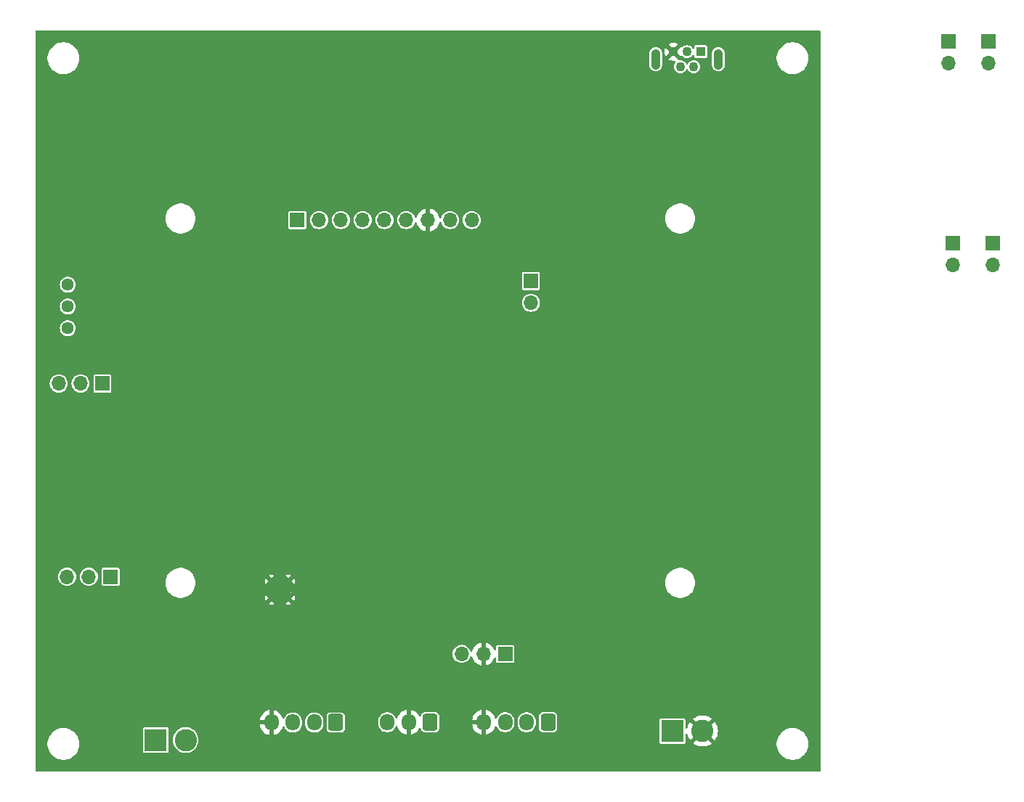
<source format=gbr>
%TF.GenerationSoftware,KiCad,Pcbnew,8.0.6*%
%TF.CreationDate,2025-02-16T20:54:21+01:00*%
%TF.ProjectId,TUSS4470_shield,54555353-3434-4373-905f-736869656c64,rev?*%
%TF.SameCoordinates,Original*%
%TF.FileFunction,Copper,L2,Bot*%
%TF.FilePolarity,Positive*%
%FSLAX46Y46*%
G04 Gerber Fmt 4.6, Leading zero omitted, Abs format (unit mm)*
G04 Created by KiCad (PCBNEW 8.0.6) date 2025-02-16 20:54:21*
%MOMM*%
%LPD*%
G01*
G04 APERTURE LIST*
G04 Aperture macros list*
%AMRoundRect*
0 Rectangle with rounded corners*
0 $1 Rounding radius*
0 $2 $3 $4 $5 $6 $7 $8 $9 X,Y pos of 4 corners*
0 Add a 4 corners polygon primitive as box body*
4,1,4,$2,$3,$4,$5,$6,$7,$8,$9,$2,$3,0*
0 Add four circle primitives for the rounded corners*
1,1,$1+$1,$2,$3*
1,1,$1+$1,$4,$5*
1,1,$1+$1,$6,$7*
1,1,$1+$1,$8,$9*
0 Add four rect primitives between the rounded corners*
20,1,$1+$1,$2,$3,$4,$5,0*
20,1,$1+$1,$4,$5,$6,$7,0*
20,1,$1+$1,$6,$7,$8,$9,0*
20,1,$1+$1,$8,$9,$2,$3,0*%
G04 Aperture macros list end*
%TA.AperFunction,ComponentPad*%
%ADD10R,1.700000X1.700000*%
%TD*%
%TA.AperFunction,ComponentPad*%
%ADD11O,1.700000X1.700000*%
%TD*%
%TA.AperFunction,ComponentPad*%
%ADD12RoundRect,0.250000X0.600000X0.725000X-0.600000X0.725000X-0.600000X-0.725000X0.600000X-0.725000X0*%
%TD*%
%TA.AperFunction,ComponentPad*%
%ADD13O,1.700000X1.950000*%
%TD*%
%TA.AperFunction,HeatsinkPad*%
%ADD14C,0.500000*%
%TD*%
%TA.AperFunction,HeatsinkPad*%
%ADD15R,2.500000X2.500000*%
%TD*%
%TA.AperFunction,ComponentPad*%
%ADD16R,2.600000X2.600000*%
%TD*%
%TA.AperFunction,ComponentPad*%
%ADD17C,2.600000*%
%TD*%
%TA.AperFunction,ComponentPad*%
%ADD18C,1.440000*%
%TD*%
%TA.AperFunction,ComponentPad*%
%ADD19R,1.100000X1.100000*%
%TD*%
%TA.AperFunction,ComponentPad*%
%ADD20C,1.100000*%
%TD*%
%TA.AperFunction,ComponentPad*%
%ADD21O,1.100000X2.400000*%
%TD*%
G04 APERTURE END LIST*
D10*
%TO.P,JP8,1,A*%
%TO.N,GND*%
X278695000Y-71560000D03*
D11*
%TO.P,JP8,2,B*%
%TO.N,Net-(J9-Pin_1)*%
X278695000Y-74100000D03*
%TD*%
D10*
%TO.P,J2,1,Pin_1*%
%TO.N,+5V*%
X226500000Y-119500000D03*
D11*
%TO.P,J2,2,Pin_2*%
%TO.N,GND*%
X223960000Y-119500000D03*
%TO.P,J2,3,Pin_3*%
%TO.N,Net-(J2-Pin_3)*%
X221420000Y-119500000D03*
%TD*%
D10*
%TO.P,JP11,1,A*%
%TO.N,Net-(J9-Pin_2)*%
X282845000Y-48030000D03*
D11*
%TO.P,JP11,2,B*%
%TO.N,Net-(D12-K)*%
X282845000Y-50570000D03*
%TD*%
D12*
%TO.P,J3,1,Pin_1*%
%TO.N,+3.3V*%
X217750000Y-127467500D03*
D13*
%TO.P,J3,2,Pin_2*%
%TO.N,GND*%
X215250000Y-127467500D03*
%TO.P,J3,3,Pin_3*%
%TO.N,DS18B20_DATA*%
X212750000Y-127467500D03*
%TD*%
D14*
%TO.P,U1,21,EXP*%
%TO.N,GND*%
X201237500Y-113000000D03*
X201237500Y-111000000D03*
D15*
X200237500Y-112000000D03*
D14*
X199237500Y-113000000D03*
X199237500Y-111000000D03*
%TD*%
D10*
%TO.P,J10,1,Pin_1*%
%TO.N,+12V*%
X179540000Y-87950000D03*
D11*
%TO.P,J10,2,Pin_2*%
%TO.N,Net-(J10-Pin_2)*%
X177000000Y-87950000D03*
%TO.P,J10,3,Pin_3*%
%TO.N,+5V*%
X174460000Y-87950000D03*
%TD*%
D12*
%TO.P,J6,1,Pin_1*%
%TO.N,SDA_1*%
X231500000Y-127467500D03*
D13*
%TO.P,J6,2,Pin_2*%
%TO.N,SCL_1*%
X229000000Y-127467500D03*
%TO.P,J6,3,Pin_3*%
%TO.N,+3.3V*%
X226500000Y-127467500D03*
%TO.P,J6,4,Pin_4*%
%TO.N,GND*%
X224000000Y-127467500D03*
%TD*%
D10*
%TO.P,JP9,1,A*%
%TO.N,Net-(JP9-A)*%
X283345000Y-71560000D03*
D11*
%TO.P,JP9,2,B*%
%TO.N,Net-(J9-Pin_2)*%
X283345000Y-74100000D03*
%TD*%
D16*
%TO.P,J4,1,Pin_1*%
%TO.N,+12V*%
X246000000Y-128500000D03*
D17*
%TO.P,J4,2,Pin_2*%
%TO.N,GND*%
X249500000Y-128500000D03*
%TD*%
D12*
%TO.P,J5,1,Pin_1*%
%TO.N,uC_TX2*%
X206750000Y-127500000D03*
D13*
%TO.P,J5,2,Pin_2*%
%TO.N,uC_RX2*%
X204250000Y-127500000D03*
%TO.P,J5,3,Pin_3*%
%TO.N,+3.3V*%
X201750000Y-127500000D03*
%TO.P,J5,4,Pin_4*%
%TO.N,GND*%
X199250000Y-127500000D03*
%TD*%
D10*
%TO.P,JP10,1,A*%
%TO.N,Net-(J9-Pin_2)*%
X278195000Y-48030000D03*
D11*
%TO.P,JP10,2,B*%
%TO.N,Net-(JP10-B)*%
X278195000Y-50570000D03*
%TD*%
D10*
%TO.P,JP7,1,A*%
%TO.N,BOOT_0*%
X229500000Y-76000000D03*
D11*
%TO.P,JP7,2,B*%
%TO.N,+3.3V*%
X229500000Y-78540000D03*
%TD*%
D18*
%TO.P,RV1,1,1*%
%TO.N,Net-(R6-Pad2)*%
X175500000Y-81500000D03*
%TO.P,RV1,2,2*%
%TO.N,Net-(U2-FB)*%
X175500000Y-78960000D03*
%TO.P,RV1,3,3*%
%TO.N,TUSS_DRV*%
X175500000Y-76420000D03*
%TD*%
D10*
%TO.P,J11,1,Pin_1*%
%TO.N,+12V*%
X180500000Y-110500000D03*
D11*
%TO.P,J11,2,Pin_2*%
%TO.N,Net-(D1-A)*%
X177960000Y-110500000D03*
%TO.P,J11,3,Pin_3*%
%TO.N,TUSS_DRV*%
X175420000Y-110500000D03*
%TD*%
D10*
%TO.P,J1,1,Pin_1*%
%TO.N,DISPLAY_CS*%
X202267400Y-68891700D03*
D11*
%TO.P,J1,2,Pin_2*%
%TO.N,DISPLAY_RSE*%
X204807400Y-68891700D03*
%TO.P,J1,3,Pin_3*%
%TO.N,DISPLAY_RS*%
X207347400Y-68891700D03*
%TO.P,J1,4,Pin_4*%
%TO.N,DISPLAY_SCL*%
X209887400Y-68891700D03*
%TO.P,J1,5,Pin_5*%
%TO.N,DISPLAY_SI*%
X212427400Y-68891700D03*
%TO.P,J1,6,Pin_6*%
%TO.N,+3.3V*%
X214967400Y-68891700D03*
%TO.P,J1,7,Pin_7*%
%TO.N,GND*%
X217507400Y-68891700D03*
%TO.P,J1,8,Pin_8*%
%TO.N,+3.3V*%
X220067400Y-68893861D03*
%TO.P,J1,9,Pin_9*%
%TO.N,Net-(J1-Pin_9)*%
X222607400Y-68894926D03*
%TD*%
D19*
%TO.P,J8,1,VBUS*%
%TO.N,+5V*%
X249300000Y-49250000D03*
D20*
%TO.P,J8,2,D-*%
%TO.N,Net-(J8-D-)*%
X248500000Y-51000000D03*
%TO.P,J8,3,D+*%
%TO.N,Net-(J8-D+)*%
X247700000Y-49250000D03*
%TO.P,J8,4,ID*%
%TO.N,unconnected-(J8-ID-Pad4)*%
X246900000Y-51000000D03*
%TO.P,J8,5,GND*%
%TO.N,GND*%
X246100000Y-49250000D03*
D21*
%TO.P,J8,6,Shield*%
%TO.N,unconnected-(J8-Shield-Pad6)*%
X251350000Y-50125000D03*
X244050000Y-50125000D03*
%TD*%
D16*
%TO.P,J9,1,Pin_1*%
%TO.N,Net-(J9-Pin_1)*%
X185750000Y-129545000D03*
D17*
%TO.P,J9,2,Pin_2*%
%TO.N,Net-(J9-Pin_2)*%
X189250000Y-129545000D03*
%TD*%
%TA.AperFunction,Conductor*%
%TO.N,GND*%
G36*
X263192539Y-46770185D02*
G01*
X263238294Y-46822989D01*
X263249500Y-46874500D01*
X263249500Y-133125500D01*
X263229815Y-133192539D01*
X263177011Y-133238294D01*
X263125500Y-133249500D01*
X171874500Y-133249500D01*
X171807461Y-133229815D01*
X171761706Y-133177011D01*
X171750500Y-133125500D01*
X171750500Y-129878711D01*
X173149500Y-129878711D01*
X173149500Y-130121288D01*
X173181161Y-130361785D01*
X173243947Y-130596104D01*
X173267406Y-130652738D01*
X173336776Y-130820212D01*
X173458064Y-131030289D01*
X173458066Y-131030292D01*
X173458067Y-131030293D01*
X173605733Y-131222736D01*
X173605739Y-131222743D01*
X173777256Y-131394260D01*
X173777262Y-131394265D01*
X173969711Y-131541936D01*
X174179788Y-131663224D01*
X174403900Y-131756054D01*
X174638211Y-131818838D01*
X174818586Y-131842584D01*
X174878711Y-131850500D01*
X174878712Y-131850500D01*
X175121289Y-131850500D01*
X175169388Y-131844167D01*
X175361789Y-131818838D01*
X175596100Y-131756054D01*
X175820212Y-131663224D01*
X176030289Y-131541936D01*
X176222738Y-131394265D01*
X176394265Y-131222738D01*
X176541936Y-131030289D01*
X176663224Y-130820212D01*
X176756054Y-130596100D01*
X176818838Y-130361789D01*
X176850500Y-130121288D01*
X176850500Y-129878712D01*
X176850436Y-129878229D01*
X176818838Y-129638214D01*
X176818838Y-129638211D01*
X176756054Y-129403900D01*
X176663224Y-129179788D01*
X176541936Y-128969711D01*
X176417767Y-128807890D01*
X176394266Y-128777263D01*
X176394260Y-128777256D01*
X176222743Y-128605739D01*
X176222736Y-128605733D01*
X176030293Y-128458067D01*
X176030292Y-128458066D01*
X176030289Y-128458064D01*
X175820212Y-128336776D01*
X175820205Y-128336773D01*
X175596104Y-128243947D01*
X175526315Y-128225247D01*
X184249500Y-128225247D01*
X184249500Y-130864752D01*
X184261131Y-130923229D01*
X184261132Y-130923230D01*
X184305447Y-130989552D01*
X184371769Y-131033867D01*
X184371770Y-131033868D01*
X184430247Y-131045499D01*
X184430250Y-131045500D01*
X184430252Y-131045500D01*
X187069750Y-131045500D01*
X187069751Y-131045499D01*
X187084568Y-131042552D01*
X187128229Y-131033868D01*
X187128229Y-131033867D01*
X187128231Y-131033867D01*
X187194552Y-130989552D01*
X187238867Y-130923231D01*
X187238867Y-130923229D01*
X187238868Y-130923229D01*
X187250499Y-130864752D01*
X187250500Y-130864750D01*
X187250500Y-129544994D01*
X187744357Y-129544994D01*
X187744357Y-129545005D01*
X187764890Y-129792812D01*
X187764892Y-129792824D01*
X187825936Y-130033881D01*
X187925826Y-130261606D01*
X188061833Y-130469782D01*
X188061836Y-130469785D01*
X188230256Y-130652738D01*
X188426491Y-130805474D01*
X188645190Y-130923828D01*
X188880386Y-131004571D01*
X189125665Y-131045500D01*
X189374335Y-131045500D01*
X189619614Y-131004571D01*
X189854810Y-130923828D01*
X190073509Y-130805474D01*
X190269744Y-130652738D01*
X190438164Y-130469785D01*
X190574173Y-130261607D01*
X190674063Y-130033881D01*
X190735108Y-129792821D01*
X190747919Y-129638214D01*
X190755643Y-129545005D01*
X190755643Y-129544994D01*
X190735109Y-129297187D01*
X190735107Y-129297175D01*
X190674063Y-129056118D01*
X190574173Y-128828393D01*
X190438166Y-128620217D01*
X190386432Y-128564019D01*
X190269744Y-128437262D01*
X190073509Y-128284526D01*
X190073507Y-128284525D01*
X190073506Y-128284524D01*
X189854811Y-128166172D01*
X189854802Y-128166169D01*
X189619616Y-128085429D01*
X189374335Y-128044500D01*
X189125665Y-128044500D01*
X188880383Y-128085429D01*
X188645197Y-128166169D01*
X188645188Y-128166172D01*
X188426493Y-128284524D01*
X188230257Y-128437261D01*
X188061833Y-128620217D01*
X187925826Y-128828393D01*
X187825936Y-129056118D01*
X187764892Y-129297175D01*
X187764890Y-129297187D01*
X187744357Y-129544994D01*
X187250500Y-129544994D01*
X187250500Y-128225249D01*
X187250499Y-128225247D01*
X187238868Y-128166770D01*
X187238867Y-128166769D01*
X187194552Y-128100447D01*
X187128230Y-128056132D01*
X187128229Y-128056131D01*
X187069752Y-128044500D01*
X187069748Y-128044500D01*
X184430252Y-128044500D01*
X184430247Y-128044500D01*
X184371770Y-128056131D01*
X184371769Y-128056132D01*
X184305447Y-128100447D01*
X184261132Y-128166769D01*
X184261131Y-128166770D01*
X184249500Y-128225247D01*
X175526315Y-128225247D01*
X175478944Y-128212554D01*
X175361789Y-128181162D01*
X175361788Y-128181161D01*
X175361785Y-128181161D01*
X175121289Y-128149500D01*
X175121288Y-128149500D01*
X174878712Y-128149500D01*
X174878711Y-128149500D01*
X174638214Y-128181161D01*
X174403895Y-128243947D01*
X174179794Y-128336773D01*
X174179785Y-128336777D01*
X173969706Y-128458067D01*
X173777263Y-128605733D01*
X173777256Y-128605739D01*
X173605739Y-128777256D01*
X173605733Y-128777263D01*
X173458067Y-128969706D01*
X173336777Y-129179785D01*
X173336773Y-129179794D01*
X173243947Y-129403895D01*
X173181161Y-129638214D01*
X173149500Y-129878711D01*
X171750500Y-129878711D01*
X171750500Y-127250000D01*
X197902970Y-127250000D01*
X198845854Y-127250000D01*
X198807370Y-127316657D01*
X198775000Y-127437465D01*
X198775000Y-127562535D01*
X198807370Y-127683343D01*
X198845854Y-127750000D01*
X197902970Y-127750000D01*
X197933242Y-127941127D01*
X197933242Y-127941130D01*
X197998904Y-128143217D01*
X198095379Y-128332557D01*
X198220272Y-128504459D01*
X198220276Y-128504464D01*
X198370535Y-128654723D01*
X198370540Y-128654727D01*
X198542442Y-128779620D01*
X198731782Y-128876095D01*
X198933871Y-128941757D01*
X199000000Y-128952231D01*
X199000000Y-127904145D01*
X199066657Y-127942630D01*
X199187465Y-127975000D01*
X199312535Y-127975000D01*
X199433343Y-127942630D01*
X199500000Y-127904145D01*
X199500000Y-128952230D01*
X199566126Y-128941757D01*
X199566129Y-128941757D01*
X199768217Y-128876095D01*
X199957557Y-128779620D01*
X200129459Y-128654727D01*
X200129464Y-128654723D01*
X200279723Y-128504464D01*
X200279727Y-128504459D01*
X200404620Y-128332557D01*
X200501095Y-128143217D01*
X200540759Y-128021144D01*
X200580196Y-127963469D01*
X200644555Y-127936270D01*
X200713401Y-127948184D01*
X200764877Y-127995428D01*
X200773251Y-128012009D01*
X200819057Y-128122596D01*
X200934024Y-128294657D01*
X201080342Y-128440975D01*
X201080345Y-128440977D01*
X201252402Y-128555941D01*
X201443580Y-128635130D01*
X201632187Y-128672646D01*
X201646530Y-128675499D01*
X201646534Y-128675500D01*
X201646535Y-128675500D01*
X201853466Y-128675500D01*
X201853467Y-128675499D01*
X202056420Y-128635130D01*
X202247598Y-128555941D01*
X202419655Y-128440977D01*
X202565977Y-128294655D01*
X202680941Y-128122598D01*
X202760130Y-127931420D01*
X202800500Y-127728465D01*
X202800500Y-127271535D01*
X202800499Y-127271530D01*
X203199500Y-127271530D01*
X203199500Y-127728469D01*
X203239868Y-127931412D01*
X203239870Y-127931420D01*
X203286709Y-128044500D01*
X203319059Y-128122598D01*
X203361729Y-128186458D01*
X203434024Y-128294657D01*
X203580342Y-128440975D01*
X203580345Y-128440977D01*
X203752402Y-128555941D01*
X203943580Y-128635130D01*
X204132187Y-128672646D01*
X204146530Y-128675499D01*
X204146534Y-128675500D01*
X204146535Y-128675500D01*
X204353466Y-128675500D01*
X204353467Y-128675499D01*
X204556420Y-128635130D01*
X204747598Y-128555941D01*
X204919655Y-128440977D01*
X205065977Y-128294655D01*
X205180941Y-128122598D01*
X205260130Y-127931420D01*
X205300500Y-127728465D01*
X205300500Y-127271535D01*
X205260130Y-127068580D01*
X205180941Y-126877402D01*
X205076257Y-126720730D01*
X205699500Y-126720730D01*
X205699500Y-128279269D01*
X205702353Y-128309699D01*
X205702353Y-128309701D01*
X205746990Y-128437262D01*
X205747207Y-128437882D01*
X205827850Y-128547150D01*
X205937118Y-128627793D01*
X205958089Y-128635131D01*
X206065299Y-128672646D01*
X206095730Y-128675500D01*
X206095734Y-128675500D01*
X207404270Y-128675500D01*
X207434699Y-128672646D01*
X207434701Y-128672646D01*
X207498790Y-128650219D01*
X207562882Y-128627793D01*
X207672150Y-128547150D01*
X207752793Y-128437882D01*
X207788171Y-128336777D01*
X207797646Y-128309701D01*
X207797646Y-128309699D01*
X207800500Y-128279269D01*
X207800500Y-127239030D01*
X211699500Y-127239030D01*
X211699500Y-127695969D01*
X211739868Y-127898912D01*
X211739870Y-127898920D01*
X211800171Y-128044500D01*
X211819059Y-128090098D01*
X211840775Y-128122598D01*
X211934024Y-128262157D01*
X212080342Y-128408475D01*
X212080345Y-128408477D01*
X212252402Y-128523441D01*
X212443580Y-128602630D01*
X212606965Y-128635129D01*
X212646530Y-128642999D01*
X212646534Y-128643000D01*
X212646535Y-128643000D01*
X212853466Y-128643000D01*
X212853467Y-128642999D01*
X213056420Y-128602630D01*
X213247598Y-128523441D01*
X213419655Y-128408477D01*
X213565977Y-128262155D01*
X213680941Y-128090098D01*
X213726748Y-127979509D01*
X213770589Y-127925106D01*
X213836883Y-127903041D01*
X213904582Y-127920320D01*
X213952193Y-127971457D01*
X213959240Y-127988644D01*
X213998904Y-128110716D01*
X214095379Y-128300057D01*
X214220272Y-128471959D01*
X214220276Y-128471964D01*
X214370535Y-128622223D01*
X214370540Y-128622227D01*
X214542442Y-128747120D01*
X214731782Y-128843595D01*
X214933871Y-128909257D01*
X215000000Y-128919731D01*
X215000000Y-127871645D01*
X215066657Y-127910130D01*
X215187465Y-127942500D01*
X215312535Y-127942500D01*
X215433343Y-127910130D01*
X215500000Y-127871645D01*
X215500000Y-128919730D01*
X215566126Y-128909257D01*
X215566129Y-128909257D01*
X215768217Y-128843595D01*
X215957557Y-128747120D01*
X216129459Y-128622227D01*
X216129464Y-128622223D01*
X216279723Y-128471964D01*
X216279727Y-128471959D01*
X216404620Y-128300057D01*
X216465015Y-128181528D01*
X216512990Y-128130732D01*
X216580811Y-128113937D01*
X216646946Y-128136474D01*
X216690397Y-128191190D01*
X216699500Y-128237823D01*
X216699500Y-128246769D01*
X216702353Y-128277199D01*
X216702353Y-128277201D01*
X216747206Y-128405380D01*
X216747207Y-128405382D01*
X216827850Y-128514650D01*
X216937118Y-128595293D01*
X216958089Y-128602631D01*
X217065299Y-128640146D01*
X217095730Y-128643000D01*
X217095734Y-128643000D01*
X218404270Y-128643000D01*
X218434699Y-128640146D01*
X218434701Y-128640146D01*
X218498790Y-128617719D01*
X218562882Y-128595293D01*
X218672150Y-128514650D01*
X218752793Y-128405382D01*
X218776800Y-128336773D01*
X218797646Y-128277201D01*
X218797646Y-128277199D01*
X218800500Y-128246769D01*
X218800500Y-127217500D01*
X222652970Y-127217500D01*
X223595854Y-127217500D01*
X223557370Y-127284157D01*
X223525000Y-127404965D01*
X223525000Y-127530035D01*
X223557370Y-127650843D01*
X223595854Y-127717500D01*
X222652970Y-127717500D01*
X222683242Y-127908627D01*
X222683242Y-127908630D01*
X222748904Y-128110717D01*
X222845379Y-128300057D01*
X222970272Y-128471959D01*
X222970276Y-128471964D01*
X223120535Y-128622223D01*
X223120540Y-128622227D01*
X223292442Y-128747120D01*
X223481782Y-128843595D01*
X223683871Y-128909257D01*
X223750000Y-128919731D01*
X223750000Y-127871645D01*
X223816657Y-127910130D01*
X223937465Y-127942500D01*
X224062535Y-127942500D01*
X224183343Y-127910130D01*
X224250000Y-127871645D01*
X224250000Y-128919730D01*
X224316126Y-128909257D01*
X224316129Y-128909257D01*
X224518217Y-128843595D01*
X224707557Y-128747120D01*
X224879459Y-128622227D01*
X224879464Y-128622223D01*
X225029723Y-128471964D01*
X225029727Y-128471959D01*
X225154620Y-128300057D01*
X225251095Y-128110717D01*
X225290759Y-127988644D01*
X225330196Y-127930969D01*
X225394555Y-127903770D01*
X225463401Y-127915684D01*
X225514877Y-127962928D01*
X225523251Y-127979509D01*
X225569057Y-128090096D01*
X225684024Y-128262157D01*
X225830342Y-128408475D01*
X225830345Y-128408477D01*
X226002402Y-128523441D01*
X226193580Y-128602630D01*
X226356965Y-128635129D01*
X226396530Y-128642999D01*
X226396534Y-128643000D01*
X226396535Y-128643000D01*
X226603466Y-128643000D01*
X226603467Y-128642999D01*
X226806420Y-128602630D01*
X226997598Y-128523441D01*
X227169655Y-128408477D01*
X227315977Y-128262155D01*
X227430941Y-128090098D01*
X227510130Y-127898920D01*
X227550500Y-127695965D01*
X227550500Y-127239035D01*
X227550499Y-127239030D01*
X227949500Y-127239030D01*
X227949500Y-127695969D01*
X227989868Y-127898912D01*
X227989870Y-127898920D01*
X228050171Y-128044500D01*
X228069059Y-128090098D01*
X228090775Y-128122598D01*
X228184024Y-128262157D01*
X228330342Y-128408475D01*
X228330345Y-128408477D01*
X228502402Y-128523441D01*
X228693580Y-128602630D01*
X228856965Y-128635129D01*
X228896530Y-128642999D01*
X228896534Y-128643000D01*
X228896535Y-128643000D01*
X229103466Y-128643000D01*
X229103467Y-128642999D01*
X229306420Y-128602630D01*
X229497598Y-128523441D01*
X229669655Y-128408477D01*
X229815977Y-128262155D01*
X229930941Y-128090098D01*
X230010130Y-127898920D01*
X230050500Y-127695965D01*
X230050500Y-127239035D01*
X230010130Y-127036080D01*
X229930941Y-126844902D01*
X229826257Y-126688230D01*
X230449500Y-126688230D01*
X230449500Y-128246769D01*
X230452353Y-128277199D01*
X230452353Y-128277201D01*
X230497206Y-128405380D01*
X230497207Y-128405382D01*
X230577850Y-128514650D01*
X230687118Y-128595293D01*
X230708089Y-128602631D01*
X230815299Y-128640146D01*
X230845730Y-128643000D01*
X230845734Y-128643000D01*
X232154270Y-128643000D01*
X232184699Y-128640146D01*
X232184701Y-128640146D01*
X232248790Y-128617719D01*
X232312882Y-128595293D01*
X232422150Y-128514650D01*
X232502793Y-128405382D01*
X232526800Y-128336773D01*
X232547646Y-128277201D01*
X232547646Y-128277199D01*
X232550500Y-128246769D01*
X232550500Y-127180247D01*
X244499500Y-127180247D01*
X244499500Y-129819752D01*
X244511131Y-129878229D01*
X244511132Y-129878230D01*
X244555447Y-129944552D01*
X244621769Y-129988867D01*
X244621770Y-129988868D01*
X244680247Y-130000499D01*
X244680250Y-130000500D01*
X244680252Y-130000500D01*
X247319750Y-130000500D01*
X247319751Y-130000499D01*
X247334568Y-129997552D01*
X247378229Y-129988868D01*
X247378229Y-129988867D01*
X247378231Y-129988867D01*
X247444552Y-129944552D01*
X247488867Y-129878231D01*
X247488867Y-129878229D01*
X247488868Y-129878229D01*
X247500499Y-129819752D01*
X247500500Y-129819750D01*
X247500500Y-128929275D01*
X247520185Y-128862236D01*
X247572989Y-128816481D01*
X247642147Y-128806537D01*
X247705703Y-128835562D01*
X247743477Y-128894340D01*
X247745391Y-128901683D01*
X247775142Y-129032033D01*
X247775148Y-129032052D01*
X247873709Y-129283181D01*
X247873708Y-129283181D01*
X248008602Y-129516822D01*
X248062294Y-129584151D01*
X248898957Y-128747487D01*
X248923978Y-128807890D01*
X248995112Y-128914351D01*
X249085649Y-129004888D01*
X249192110Y-129076022D01*
X249252510Y-129101041D01*
X248414848Y-129938702D01*
X248597483Y-130063220D01*
X248597485Y-130063221D01*
X248840539Y-130180269D01*
X248840537Y-130180269D01*
X249098337Y-130259790D01*
X249098343Y-130259792D01*
X249365101Y-130299999D01*
X249365110Y-130300000D01*
X249634890Y-130300000D01*
X249634898Y-130299999D01*
X249901656Y-130259792D01*
X249901662Y-130259790D01*
X250159461Y-130180269D01*
X250402521Y-130063218D01*
X250585150Y-129938702D01*
X250525159Y-129878711D01*
X258149500Y-129878711D01*
X258149500Y-130121288D01*
X258181161Y-130361785D01*
X258243947Y-130596104D01*
X258267406Y-130652738D01*
X258336776Y-130820212D01*
X258458064Y-131030289D01*
X258458066Y-131030292D01*
X258458067Y-131030293D01*
X258605733Y-131222736D01*
X258605739Y-131222743D01*
X258777256Y-131394260D01*
X258777262Y-131394265D01*
X258969711Y-131541936D01*
X259179788Y-131663224D01*
X259403900Y-131756054D01*
X259638211Y-131818838D01*
X259818586Y-131842584D01*
X259878711Y-131850500D01*
X259878712Y-131850500D01*
X260121289Y-131850500D01*
X260169388Y-131844167D01*
X260361789Y-131818838D01*
X260596100Y-131756054D01*
X260820212Y-131663224D01*
X261030289Y-131541936D01*
X261222738Y-131394265D01*
X261394265Y-131222738D01*
X261541936Y-131030289D01*
X261663224Y-130820212D01*
X261756054Y-130596100D01*
X261818838Y-130361789D01*
X261850500Y-130121288D01*
X261850500Y-129878712D01*
X261850436Y-129878229D01*
X261818838Y-129638214D01*
X261818838Y-129638211D01*
X261756054Y-129403900D01*
X261663224Y-129179788D01*
X261541936Y-128969711D01*
X261417767Y-128807890D01*
X261394266Y-128777263D01*
X261394260Y-128777256D01*
X261222743Y-128605739D01*
X261222736Y-128605733D01*
X261030293Y-128458067D01*
X261030292Y-128458066D01*
X261030289Y-128458064D01*
X260820212Y-128336776D01*
X260820205Y-128336773D01*
X260596104Y-128243947D01*
X260478944Y-128212554D01*
X260361789Y-128181162D01*
X260361788Y-128181161D01*
X260361785Y-128181161D01*
X260121289Y-128149500D01*
X260121288Y-128149500D01*
X259878712Y-128149500D01*
X259878711Y-128149500D01*
X259638214Y-128181161D01*
X259403895Y-128243947D01*
X259179794Y-128336773D01*
X259179785Y-128336777D01*
X258969706Y-128458067D01*
X258777263Y-128605733D01*
X258777256Y-128605739D01*
X258605739Y-128777256D01*
X258605733Y-128777263D01*
X258458067Y-128969706D01*
X258336777Y-129179785D01*
X258336773Y-129179794D01*
X258243947Y-129403895D01*
X258181161Y-129638214D01*
X258149500Y-129878711D01*
X250525159Y-129878711D01*
X249747488Y-129101041D01*
X249807890Y-129076022D01*
X249914351Y-129004888D01*
X250004888Y-128914351D01*
X250076022Y-128807890D01*
X250101041Y-128747488D01*
X250937703Y-129584151D01*
X250937704Y-129584150D01*
X250991393Y-129516828D01*
X250991400Y-129516817D01*
X251126290Y-129283181D01*
X251224851Y-129032052D01*
X251224857Y-129032033D01*
X251284886Y-128769028D01*
X251284886Y-128769026D01*
X251305047Y-128500004D01*
X251305047Y-128499995D01*
X251284886Y-128230973D01*
X251284886Y-128230971D01*
X251224857Y-127967966D01*
X251224851Y-127967947D01*
X251126290Y-127716818D01*
X251126291Y-127716818D01*
X250991397Y-127483177D01*
X250937704Y-127415847D01*
X250101041Y-128252510D01*
X250076022Y-128192110D01*
X250004888Y-128085649D01*
X249914351Y-127995112D01*
X249807890Y-127923978D01*
X249747488Y-127898958D01*
X250585150Y-127061296D01*
X250402517Y-126936779D01*
X250402516Y-126936778D01*
X250159460Y-126819730D01*
X250159462Y-126819730D01*
X249901662Y-126740209D01*
X249901656Y-126740207D01*
X249634898Y-126700000D01*
X249365101Y-126700000D01*
X249098343Y-126740207D01*
X249098337Y-126740209D01*
X248840538Y-126819730D01*
X248597485Y-126936778D01*
X248597476Y-126936783D01*
X248414848Y-127061296D01*
X249252511Y-127898958D01*
X249192110Y-127923978D01*
X249085649Y-127995112D01*
X248995112Y-128085649D01*
X248923978Y-128192110D01*
X248898958Y-128252511D01*
X248062295Y-127415848D01*
X248008600Y-127483180D01*
X247873709Y-127716818D01*
X247775148Y-127967947D01*
X247775143Y-127967964D01*
X247745391Y-128098317D01*
X247711282Y-128159295D01*
X247649621Y-128192153D01*
X247579984Y-128186458D01*
X247524480Y-128144018D01*
X247500732Y-128078308D01*
X247500500Y-128070724D01*
X247500500Y-127180249D01*
X247500499Y-127180247D01*
X247488868Y-127121770D01*
X247488867Y-127121769D01*
X247444552Y-127055447D01*
X247378230Y-127011132D01*
X247378229Y-127011131D01*
X247319752Y-126999500D01*
X247319748Y-126999500D01*
X244680252Y-126999500D01*
X244680247Y-126999500D01*
X244621770Y-127011131D01*
X244621769Y-127011132D01*
X244555447Y-127055447D01*
X244511132Y-127121769D01*
X244511131Y-127121770D01*
X244499500Y-127180247D01*
X232550500Y-127180247D01*
X232550500Y-126688230D01*
X232547646Y-126657800D01*
X232547646Y-126657798D01*
X232502793Y-126529619D01*
X232502792Y-126529617D01*
X232422150Y-126420350D01*
X232312882Y-126339707D01*
X232312880Y-126339706D01*
X232184700Y-126294853D01*
X232154270Y-126292000D01*
X232154266Y-126292000D01*
X230845734Y-126292000D01*
X230845730Y-126292000D01*
X230815300Y-126294853D01*
X230815298Y-126294853D01*
X230687119Y-126339706D01*
X230687117Y-126339707D01*
X230577850Y-126420350D01*
X230497207Y-126529617D01*
X230497206Y-126529619D01*
X230452353Y-126657798D01*
X230452353Y-126657800D01*
X230449500Y-126688230D01*
X229826257Y-126688230D01*
X229815977Y-126672845D01*
X229815975Y-126672842D01*
X229669657Y-126526524D01*
X229546238Y-126444059D01*
X229497598Y-126411559D01*
X229402594Y-126372207D01*
X229306420Y-126332370D01*
X229306412Y-126332368D01*
X229103469Y-126292000D01*
X229103465Y-126292000D01*
X228896535Y-126292000D01*
X228896530Y-126292000D01*
X228693587Y-126332368D01*
X228693579Y-126332370D01*
X228502403Y-126411558D01*
X228330342Y-126526524D01*
X228184024Y-126672842D01*
X228069058Y-126844903D01*
X227989870Y-127036079D01*
X227989868Y-127036087D01*
X227949500Y-127239030D01*
X227550499Y-127239030D01*
X227510130Y-127036080D01*
X227430941Y-126844902D01*
X227315977Y-126672845D01*
X227315975Y-126672842D01*
X227169657Y-126526524D01*
X227046238Y-126444059D01*
X226997598Y-126411559D01*
X226902594Y-126372207D01*
X226806420Y-126332370D01*
X226806412Y-126332368D01*
X226603469Y-126292000D01*
X226603465Y-126292000D01*
X226396535Y-126292000D01*
X226396530Y-126292000D01*
X226193587Y-126332368D01*
X226193579Y-126332370D01*
X226002403Y-126411558D01*
X225830342Y-126526524D01*
X225684024Y-126672842D01*
X225569057Y-126844904D01*
X225523251Y-126955490D01*
X225479409Y-127009894D01*
X225413115Y-127031958D01*
X225345416Y-127014678D01*
X225297806Y-126963541D01*
X225290759Y-126946355D01*
X225251095Y-126824282D01*
X225154620Y-126634942D01*
X225029727Y-126463040D01*
X225029723Y-126463035D01*
X224879464Y-126312776D01*
X224879459Y-126312772D01*
X224707557Y-126187879D01*
X224518215Y-126091403D01*
X224316124Y-126025741D01*
X224250000Y-126015268D01*
X224250000Y-127063354D01*
X224183343Y-127024870D01*
X224062535Y-126992500D01*
X223937465Y-126992500D01*
X223816657Y-127024870D01*
X223750000Y-127063354D01*
X223750000Y-126015268D01*
X223749999Y-126015268D01*
X223683875Y-126025741D01*
X223481784Y-126091403D01*
X223292442Y-126187879D01*
X223120540Y-126312772D01*
X223120535Y-126312776D01*
X222970276Y-126463035D01*
X222970272Y-126463040D01*
X222845379Y-126634942D01*
X222748904Y-126824282D01*
X222683242Y-127026369D01*
X222683242Y-127026372D01*
X222652970Y-127217500D01*
X218800500Y-127217500D01*
X218800500Y-126688230D01*
X218797646Y-126657800D01*
X218797646Y-126657798D01*
X218752793Y-126529619D01*
X218752792Y-126529617D01*
X218672150Y-126420350D01*
X218562882Y-126339707D01*
X218562880Y-126339706D01*
X218434700Y-126294853D01*
X218404270Y-126292000D01*
X218404266Y-126292000D01*
X217095734Y-126292000D01*
X217095730Y-126292000D01*
X217065300Y-126294853D01*
X217065298Y-126294853D01*
X216937119Y-126339706D01*
X216937117Y-126339707D01*
X216827850Y-126420350D01*
X216747207Y-126529617D01*
X216747206Y-126529619D01*
X216702353Y-126657798D01*
X216702353Y-126657800D01*
X216699500Y-126688230D01*
X216699500Y-126697176D01*
X216679815Y-126764215D01*
X216627011Y-126809970D01*
X216557853Y-126819914D01*
X216494297Y-126790889D01*
X216465015Y-126753471D01*
X216404620Y-126634942D01*
X216279727Y-126463040D01*
X216279723Y-126463035D01*
X216129464Y-126312776D01*
X216129459Y-126312772D01*
X215957557Y-126187879D01*
X215768215Y-126091403D01*
X215566124Y-126025741D01*
X215500000Y-126015268D01*
X215500000Y-127063354D01*
X215433343Y-127024870D01*
X215312535Y-126992500D01*
X215187465Y-126992500D01*
X215066657Y-127024870D01*
X215000000Y-127063354D01*
X215000000Y-126015268D01*
X214999999Y-126015268D01*
X214933875Y-126025741D01*
X214731784Y-126091403D01*
X214542442Y-126187879D01*
X214370540Y-126312772D01*
X214370535Y-126312776D01*
X214220276Y-126463035D01*
X214220272Y-126463040D01*
X214095379Y-126634942D01*
X213998905Y-126824281D01*
X213959240Y-126946356D01*
X213919802Y-127004031D01*
X213855443Y-127031229D01*
X213786597Y-127019314D01*
X213735121Y-126972070D01*
X213726748Y-126955490D01*
X213722964Y-126946355D01*
X213680941Y-126844902D01*
X213565977Y-126672845D01*
X213565975Y-126672842D01*
X213419657Y-126526524D01*
X213296238Y-126444059D01*
X213247598Y-126411559D01*
X213152594Y-126372207D01*
X213056420Y-126332370D01*
X213056412Y-126332368D01*
X212853469Y-126292000D01*
X212853465Y-126292000D01*
X212646535Y-126292000D01*
X212646530Y-126292000D01*
X212443587Y-126332368D01*
X212443579Y-126332370D01*
X212252403Y-126411558D01*
X212080342Y-126526524D01*
X211934024Y-126672842D01*
X211819058Y-126844903D01*
X211739870Y-127036079D01*
X211739868Y-127036087D01*
X211699500Y-127239030D01*
X207800500Y-127239030D01*
X207800500Y-126720730D01*
X207797646Y-126690300D01*
X207797646Y-126690298D01*
X207752793Y-126562119D01*
X207752792Y-126562117D01*
X207672150Y-126452850D01*
X207562882Y-126372207D01*
X207562880Y-126372206D01*
X207434700Y-126327353D01*
X207404270Y-126324500D01*
X207404266Y-126324500D01*
X206095734Y-126324500D01*
X206095730Y-126324500D01*
X206065300Y-126327353D01*
X206065298Y-126327353D01*
X205937119Y-126372206D01*
X205937117Y-126372207D01*
X205827850Y-126452850D01*
X205747207Y-126562117D01*
X205747206Y-126562119D01*
X205702353Y-126690298D01*
X205702353Y-126690300D01*
X205699500Y-126720730D01*
X205076257Y-126720730D01*
X205065977Y-126705345D01*
X205065975Y-126705342D01*
X204919657Y-126559024D01*
X204776005Y-126463040D01*
X204747598Y-126444059D01*
X204556420Y-126364870D01*
X204556412Y-126364868D01*
X204353469Y-126324500D01*
X204353465Y-126324500D01*
X204146535Y-126324500D01*
X204146530Y-126324500D01*
X203943587Y-126364868D01*
X203943579Y-126364870D01*
X203752403Y-126444058D01*
X203580342Y-126559024D01*
X203434024Y-126705342D01*
X203319058Y-126877403D01*
X203239870Y-127068579D01*
X203239868Y-127068587D01*
X203199500Y-127271530D01*
X202800499Y-127271530D01*
X202760130Y-127068580D01*
X202680941Y-126877402D01*
X202565977Y-126705345D01*
X202565975Y-126705342D01*
X202419657Y-126559024D01*
X202276005Y-126463040D01*
X202247598Y-126444059D01*
X202056420Y-126364870D01*
X202056412Y-126364868D01*
X201853469Y-126324500D01*
X201853465Y-126324500D01*
X201646535Y-126324500D01*
X201646530Y-126324500D01*
X201443587Y-126364868D01*
X201443579Y-126364870D01*
X201252403Y-126444058D01*
X201080342Y-126559024D01*
X200934024Y-126705342D01*
X200819057Y-126877404D01*
X200773251Y-126987990D01*
X200729409Y-127042394D01*
X200663115Y-127064458D01*
X200595416Y-127047178D01*
X200547806Y-126996041D01*
X200540759Y-126978855D01*
X200501095Y-126856782D01*
X200404620Y-126667442D01*
X200279727Y-126495540D01*
X200279723Y-126495535D01*
X200129464Y-126345276D01*
X200129459Y-126345272D01*
X199957557Y-126220379D01*
X199768215Y-126123903D01*
X199566124Y-126058241D01*
X199500000Y-126047768D01*
X199500000Y-127095854D01*
X199433343Y-127057370D01*
X199312535Y-127025000D01*
X199187465Y-127025000D01*
X199066657Y-127057370D01*
X199000000Y-127095854D01*
X199000000Y-126047768D01*
X198999999Y-126047768D01*
X198933875Y-126058241D01*
X198731784Y-126123903D01*
X198542442Y-126220379D01*
X198370540Y-126345272D01*
X198370535Y-126345276D01*
X198220276Y-126495535D01*
X198220272Y-126495540D01*
X198095379Y-126667442D01*
X197998904Y-126856782D01*
X197933242Y-127058869D01*
X197933242Y-127058872D01*
X197902970Y-127250000D01*
X171750500Y-127250000D01*
X171750500Y-119500000D01*
X220364417Y-119500000D01*
X220384699Y-119705932D01*
X220384700Y-119705934D01*
X220444768Y-119903954D01*
X220542315Y-120086450D01*
X220542317Y-120086452D01*
X220673589Y-120246410D01*
X220770209Y-120325702D01*
X220833550Y-120377685D01*
X221016046Y-120475232D01*
X221214066Y-120535300D01*
X221214065Y-120535300D01*
X221232529Y-120537118D01*
X221420000Y-120555583D01*
X221625934Y-120535300D01*
X221823954Y-120475232D01*
X222006450Y-120377685D01*
X222166410Y-120246410D01*
X222297685Y-120086450D01*
X222395232Y-119903954D01*
X222415406Y-119837446D01*
X222453702Y-119779010D01*
X222517514Y-119750553D01*
X222586581Y-119761112D01*
X222638975Y-119807336D01*
X222653841Y-119841349D01*
X222686567Y-119963486D01*
X222686570Y-119963492D01*
X222786399Y-120177578D01*
X222921894Y-120371082D01*
X223088917Y-120538105D01*
X223282421Y-120673600D01*
X223496507Y-120773429D01*
X223496516Y-120773433D01*
X223710000Y-120830634D01*
X223710000Y-119933012D01*
X223767007Y-119965925D01*
X223894174Y-120000000D01*
X224025826Y-120000000D01*
X224152993Y-119965925D01*
X224210000Y-119933012D01*
X224210000Y-120830633D01*
X224423483Y-120773433D01*
X224423492Y-120773429D01*
X224637578Y-120673600D01*
X224831082Y-120538105D01*
X224998105Y-120371082D01*
X225133599Y-120177578D01*
X225213118Y-120007051D01*
X225259290Y-119954612D01*
X225326484Y-119935460D01*
X225393365Y-119955676D01*
X225438699Y-120008841D01*
X225449500Y-120059456D01*
X225449500Y-120369752D01*
X225461131Y-120428229D01*
X225461132Y-120428230D01*
X225505447Y-120494552D01*
X225571769Y-120538867D01*
X225571770Y-120538868D01*
X225630247Y-120550499D01*
X225630250Y-120550500D01*
X225630252Y-120550500D01*
X227369750Y-120550500D01*
X227369751Y-120550499D01*
X227384568Y-120547552D01*
X227428229Y-120538868D01*
X227428229Y-120538867D01*
X227428231Y-120538867D01*
X227494552Y-120494552D01*
X227538867Y-120428231D01*
X227538867Y-120428229D01*
X227538868Y-120428229D01*
X227548922Y-120377682D01*
X227550500Y-120369748D01*
X227550500Y-118630252D01*
X227550500Y-118630249D01*
X227550499Y-118630247D01*
X227538868Y-118571770D01*
X227538867Y-118571769D01*
X227494552Y-118505447D01*
X227428230Y-118461132D01*
X227428229Y-118461131D01*
X227369752Y-118449500D01*
X227369748Y-118449500D01*
X225630252Y-118449500D01*
X225630247Y-118449500D01*
X225571770Y-118461131D01*
X225571769Y-118461132D01*
X225505447Y-118505447D01*
X225461132Y-118571769D01*
X225461131Y-118571770D01*
X225449500Y-118630247D01*
X225449500Y-118940543D01*
X225429815Y-119007582D01*
X225377011Y-119053337D01*
X225307853Y-119063281D01*
X225244297Y-119034256D01*
X225213118Y-118992948D01*
X225133600Y-118822422D01*
X225133599Y-118822420D01*
X224998113Y-118628926D01*
X224998108Y-118628920D01*
X224831082Y-118461894D01*
X224637578Y-118326399D01*
X224423492Y-118226570D01*
X224423486Y-118226567D01*
X224210000Y-118169364D01*
X224210000Y-119066988D01*
X224152993Y-119034075D01*
X224025826Y-119000000D01*
X223894174Y-119000000D01*
X223767007Y-119034075D01*
X223710000Y-119066988D01*
X223710000Y-118169364D01*
X223709999Y-118169364D01*
X223496513Y-118226567D01*
X223496507Y-118226570D01*
X223282422Y-118326399D01*
X223282420Y-118326400D01*
X223088926Y-118461886D01*
X223088920Y-118461891D01*
X222921891Y-118628920D01*
X222921886Y-118628926D01*
X222786400Y-118822420D01*
X222786399Y-118822422D01*
X222686570Y-119036507D01*
X222686567Y-119036514D01*
X222653841Y-119158650D01*
X222617476Y-119218310D01*
X222554629Y-119248839D01*
X222485253Y-119240544D01*
X222431375Y-119196059D01*
X222415406Y-119162553D01*
X222395232Y-119096046D01*
X222297685Y-118913550D01*
X222222897Y-118822420D01*
X222166410Y-118753589D01*
X222016121Y-118630252D01*
X222006450Y-118622315D01*
X221823954Y-118524768D01*
X221625934Y-118464700D01*
X221625932Y-118464699D01*
X221625934Y-118464699D01*
X221420000Y-118444417D01*
X221214067Y-118464699D01*
X221016043Y-118524769D01*
X220928114Y-118571769D01*
X220833550Y-118622315D01*
X220833548Y-118622316D01*
X220833547Y-118622317D01*
X220673589Y-118753589D01*
X220542317Y-118913547D01*
X220444769Y-119096043D01*
X220384699Y-119294067D01*
X220364417Y-119500000D01*
X171750500Y-119500000D01*
X171750500Y-113680266D01*
X198910785Y-113680266D01*
X199069556Y-113735824D01*
X199237496Y-113754746D01*
X199237504Y-113754746D01*
X199405443Y-113735824D01*
X199564213Y-113680267D01*
X199564214Y-113680266D01*
X200910785Y-113680266D01*
X201069556Y-113735824D01*
X201237496Y-113754746D01*
X201237504Y-113754746D01*
X201405443Y-113735824D01*
X201564213Y-113680267D01*
X201564214Y-113680266D01*
X201237501Y-113353553D01*
X201237500Y-113353553D01*
X200910785Y-113680266D01*
X199564214Y-113680266D01*
X199237501Y-113353553D01*
X199237500Y-113353553D01*
X198910785Y-113680266D01*
X171750500Y-113680266D01*
X171750500Y-112999996D01*
X198482754Y-112999996D01*
X198482754Y-113000003D01*
X198501675Y-113167938D01*
X198501676Y-113167943D01*
X198557232Y-113326714D01*
X198883947Y-113000000D01*
X198864056Y-112980109D01*
X199137500Y-112980109D01*
X199137500Y-113019891D01*
X199152724Y-113056645D01*
X199180855Y-113084776D01*
X199217609Y-113100000D01*
X199257391Y-113100000D01*
X199294145Y-113084776D01*
X199322276Y-113056645D01*
X199337500Y-113019891D01*
X199337500Y-112999999D01*
X199591053Y-112999999D01*
X199591053Y-113000001D01*
X199917766Y-113326714D01*
X199917767Y-113326713D01*
X199973324Y-113167943D01*
X199992246Y-113000003D01*
X199992246Y-112999996D01*
X200482754Y-112999996D01*
X200482754Y-113000003D01*
X200501675Y-113167938D01*
X200501676Y-113167943D01*
X200557232Y-113326714D01*
X200883947Y-113000000D01*
X200864056Y-112980109D01*
X201137500Y-112980109D01*
X201137500Y-113019891D01*
X201152724Y-113056645D01*
X201180855Y-113084776D01*
X201217609Y-113100000D01*
X201257391Y-113100000D01*
X201294145Y-113084776D01*
X201322276Y-113056645D01*
X201337500Y-113019891D01*
X201337500Y-112999999D01*
X201591053Y-112999999D01*
X201591053Y-113000001D01*
X201917766Y-113326714D01*
X201917767Y-113326713D01*
X201973324Y-113167943D01*
X201992246Y-113000003D01*
X201992246Y-112999996D01*
X201973324Y-112832056D01*
X201917766Y-112673285D01*
X201591053Y-112999999D01*
X201337500Y-112999999D01*
X201337500Y-112980109D01*
X201322276Y-112943355D01*
X201294145Y-112915224D01*
X201257391Y-112900000D01*
X201217609Y-112900000D01*
X201180855Y-112915224D01*
X201152724Y-112943355D01*
X201137500Y-112980109D01*
X200864056Y-112980109D01*
X200557232Y-112673285D01*
X200501676Y-112832053D01*
X200501675Y-112832058D01*
X200482754Y-112999996D01*
X199992246Y-112999996D01*
X199973324Y-112832056D01*
X199917766Y-112673285D01*
X199591053Y-112999999D01*
X199337500Y-112999999D01*
X199337500Y-112980109D01*
X199322276Y-112943355D01*
X199294145Y-112915224D01*
X199257391Y-112900000D01*
X199217609Y-112900000D01*
X199180855Y-112915224D01*
X199152724Y-112943355D01*
X199137500Y-112980109D01*
X198864056Y-112980109D01*
X198557232Y-112673285D01*
X198501676Y-112832053D01*
X198501675Y-112832058D01*
X198482754Y-112999996D01*
X171750500Y-112999996D01*
X171750500Y-110500000D01*
X174364417Y-110500000D01*
X174384699Y-110705932D01*
X174414734Y-110804944D01*
X174444768Y-110903954D01*
X174542315Y-111086450D01*
X174542317Y-111086452D01*
X174673589Y-111246410D01*
X174770209Y-111325702D01*
X174833550Y-111377685D01*
X175016046Y-111475232D01*
X175214066Y-111535300D01*
X175214065Y-111535300D01*
X175232529Y-111537118D01*
X175420000Y-111555583D01*
X175625934Y-111535300D01*
X175823954Y-111475232D01*
X176006450Y-111377685D01*
X176166410Y-111246410D01*
X176297685Y-111086450D01*
X176395232Y-110903954D01*
X176455300Y-110705934D01*
X176475583Y-110500000D01*
X176904417Y-110500000D01*
X176924699Y-110705932D01*
X176954734Y-110804944D01*
X176984768Y-110903954D01*
X177082315Y-111086450D01*
X177082317Y-111086452D01*
X177213589Y-111246410D01*
X177310209Y-111325702D01*
X177373550Y-111377685D01*
X177556046Y-111475232D01*
X177754066Y-111535300D01*
X177754065Y-111535300D01*
X177772529Y-111537118D01*
X177960000Y-111555583D01*
X178165934Y-111535300D01*
X178363954Y-111475232D01*
X178546450Y-111377685D01*
X178706410Y-111246410D01*
X178837685Y-111086450D01*
X178935232Y-110903954D01*
X178995300Y-110705934D01*
X179015583Y-110500000D01*
X178995300Y-110294066D01*
X178935232Y-110096046D01*
X178837685Y-109913550D01*
X178785702Y-109850209D01*
X178706410Y-109753589D01*
X178556121Y-109630252D01*
X178556115Y-109630247D01*
X179449500Y-109630247D01*
X179449500Y-111369752D01*
X179461131Y-111428229D01*
X179461132Y-111428230D01*
X179505447Y-111494552D01*
X179571769Y-111538867D01*
X179571770Y-111538868D01*
X179630247Y-111550499D01*
X179630250Y-111550500D01*
X179630252Y-111550500D01*
X181369750Y-111550500D01*
X181369751Y-111550499D01*
X181384568Y-111547552D01*
X181428229Y-111538868D01*
X181428229Y-111538867D01*
X181428231Y-111538867D01*
X181494552Y-111494552D01*
X181538867Y-111428231D01*
X181538867Y-111428229D01*
X181538868Y-111428229D01*
X181550499Y-111369752D01*
X181550500Y-111369750D01*
X181550500Y-111199195D01*
X186896992Y-111199195D01*
X186896992Y-111199204D01*
X186916596Y-111460820D01*
X186916597Y-111460825D01*
X186974976Y-111716602D01*
X186974978Y-111716611D01*
X186974980Y-111716616D01*
X187070832Y-111960843D01*
X187202014Y-112188057D01*
X187334136Y-112353733D01*
X187365598Y-112393185D01*
X187547153Y-112561641D01*
X187557921Y-112571633D01*
X187774696Y-112719428D01*
X187774701Y-112719430D01*
X187774702Y-112719431D01*
X187774703Y-112719432D01*
X187900243Y-112779888D01*
X188011073Y-112833261D01*
X188011074Y-112833261D01*
X188011077Y-112833263D01*
X188261785Y-112910596D01*
X188521218Y-112949700D01*
X188783582Y-112949700D01*
X189043015Y-112910596D01*
X189293723Y-112833263D01*
X189530104Y-112719428D01*
X189746879Y-112571633D01*
X189939205Y-112393181D01*
X189997779Y-112319732D01*
X198910785Y-112319732D01*
X199237500Y-112646447D01*
X199237501Y-112646447D01*
X199564214Y-112319732D01*
X200910785Y-112319732D01*
X201237500Y-112646447D01*
X201237501Y-112646447D01*
X201564214Y-112319732D01*
X201405443Y-112264176D01*
X201405438Y-112264175D01*
X201237504Y-112245254D01*
X201237496Y-112245254D01*
X201069558Y-112264175D01*
X201069553Y-112264176D01*
X200910785Y-112319732D01*
X199564214Y-112319732D01*
X199405443Y-112264176D01*
X199405438Y-112264175D01*
X199237504Y-112245254D01*
X199237496Y-112245254D01*
X199069558Y-112264175D01*
X199069553Y-112264176D01*
X198910785Y-112319732D01*
X189997779Y-112319732D01*
X190102786Y-112188057D01*
X190233968Y-111960843D01*
X190329820Y-111716616D01*
X190338117Y-111680266D01*
X198910785Y-111680266D01*
X199069556Y-111735824D01*
X199237496Y-111754746D01*
X199237504Y-111754746D01*
X199405443Y-111735824D01*
X199564213Y-111680267D01*
X199564214Y-111680266D01*
X200910785Y-111680266D01*
X201069556Y-111735824D01*
X201237496Y-111754746D01*
X201237504Y-111754746D01*
X201405443Y-111735824D01*
X201564213Y-111680267D01*
X201564214Y-111680266D01*
X201237501Y-111353553D01*
X201237500Y-111353553D01*
X200910785Y-111680266D01*
X199564214Y-111680266D01*
X199237501Y-111353553D01*
X199237500Y-111353553D01*
X198910785Y-111680266D01*
X190338117Y-111680266D01*
X190388202Y-111460830D01*
X190395027Y-111369752D01*
X190407808Y-111199204D01*
X190407808Y-111199195D01*
X190392880Y-110999996D01*
X198482754Y-110999996D01*
X198482754Y-111000003D01*
X198501675Y-111167938D01*
X198501676Y-111167943D01*
X198557232Y-111326714D01*
X198883947Y-111000000D01*
X198864056Y-110980109D01*
X199137500Y-110980109D01*
X199137500Y-111019891D01*
X199152724Y-111056645D01*
X199180855Y-111084776D01*
X199217609Y-111100000D01*
X199257391Y-111100000D01*
X199294145Y-111084776D01*
X199322276Y-111056645D01*
X199337500Y-111019891D01*
X199337500Y-110999999D01*
X199591053Y-110999999D01*
X199591053Y-111000001D01*
X199917766Y-111326714D01*
X199917767Y-111326713D01*
X199973324Y-111167943D01*
X199992246Y-111000003D01*
X199992246Y-110999996D01*
X200482754Y-110999996D01*
X200482754Y-111000003D01*
X200501675Y-111167938D01*
X200501676Y-111167943D01*
X200557232Y-111326714D01*
X200883947Y-111000000D01*
X200864056Y-110980109D01*
X201137500Y-110980109D01*
X201137500Y-111019891D01*
X201152724Y-111056645D01*
X201180855Y-111084776D01*
X201217609Y-111100000D01*
X201257391Y-111100000D01*
X201294145Y-111084776D01*
X201322276Y-111056645D01*
X201337500Y-111019891D01*
X201337500Y-110999999D01*
X201591053Y-110999999D01*
X201591053Y-111000001D01*
X201917766Y-111326714D01*
X201917767Y-111326713D01*
X201962388Y-111199195D01*
X245146992Y-111199195D01*
X245146992Y-111199204D01*
X245166596Y-111460820D01*
X245166597Y-111460825D01*
X245224976Y-111716602D01*
X245224978Y-111716611D01*
X245224980Y-111716616D01*
X245320832Y-111960843D01*
X245452014Y-112188057D01*
X245584136Y-112353733D01*
X245615598Y-112393185D01*
X245797153Y-112561641D01*
X245807921Y-112571633D01*
X246024696Y-112719428D01*
X246024701Y-112719430D01*
X246024702Y-112719431D01*
X246024703Y-112719432D01*
X246150243Y-112779888D01*
X246261073Y-112833261D01*
X246261074Y-112833261D01*
X246261077Y-112833263D01*
X246511785Y-112910596D01*
X246771218Y-112949700D01*
X247033582Y-112949700D01*
X247293015Y-112910596D01*
X247543723Y-112833263D01*
X247780104Y-112719428D01*
X247996879Y-112571633D01*
X248189205Y-112393181D01*
X248352786Y-112188057D01*
X248483968Y-111960843D01*
X248579820Y-111716616D01*
X248638202Y-111460830D01*
X248645027Y-111369752D01*
X248657808Y-111199204D01*
X248657808Y-111199195D01*
X248638203Y-110937579D01*
X248638202Y-110937574D01*
X248638202Y-110937570D01*
X248579820Y-110681784D01*
X248483968Y-110437557D01*
X248352786Y-110210343D01*
X248189205Y-110005219D01*
X248189204Y-110005218D01*
X248189201Y-110005214D01*
X247996879Y-109826767D01*
X247889548Y-109753590D01*
X247780104Y-109678972D01*
X247780100Y-109678970D01*
X247780097Y-109678968D01*
X247780096Y-109678967D01*
X247543725Y-109565138D01*
X247543727Y-109565138D01*
X247293023Y-109487806D01*
X247293019Y-109487805D01*
X247293015Y-109487804D01*
X247168223Y-109468994D01*
X247033587Y-109448700D01*
X247033582Y-109448700D01*
X246771218Y-109448700D01*
X246771212Y-109448700D01*
X246609647Y-109473053D01*
X246511785Y-109487804D01*
X246511782Y-109487805D01*
X246511776Y-109487806D01*
X246261073Y-109565138D01*
X246024703Y-109678967D01*
X246024702Y-109678968D01*
X245807920Y-109826767D01*
X245615598Y-110005214D01*
X245452014Y-110210343D01*
X245320832Y-110437556D01*
X245224982Y-110681778D01*
X245224976Y-110681797D01*
X245166597Y-110937574D01*
X245166596Y-110937579D01*
X245146992Y-111199195D01*
X201962388Y-111199195D01*
X201973324Y-111167943D01*
X201992246Y-111000003D01*
X201992246Y-110999996D01*
X201973324Y-110832056D01*
X201917766Y-110673285D01*
X201591053Y-110999999D01*
X201337500Y-110999999D01*
X201337500Y-110980109D01*
X201322276Y-110943355D01*
X201294145Y-110915224D01*
X201257391Y-110900000D01*
X201217609Y-110900000D01*
X201180855Y-110915224D01*
X201152724Y-110943355D01*
X201137500Y-110980109D01*
X200864056Y-110980109D01*
X200557232Y-110673285D01*
X200501676Y-110832053D01*
X200501675Y-110832058D01*
X200482754Y-110999996D01*
X199992246Y-110999996D01*
X199973324Y-110832056D01*
X199917766Y-110673285D01*
X199591053Y-110999999D01*
X199337500Y-110999999D01*
X199337500Y-110980109D01*
X199322276Y-110943355D01*
X199294145Y-110915224D01*
X199257391Y-110900000D01*
X199217609Y-110900000D01*
X199180855Y-110915224D01*
X199152724Y-110943355D01*
X199137500Y-110980109D01*
X198864056Y-110980109D01*
X198557232Y-110673285D01*
X198501676Y-110832053D01*
X198501675Y-110832058D01*
X198482754Y-110999996D01*
X190392880Y-110999996D01*
X190388203Y-110937579D01*
X190388202Y-110937574D01*
X190388202Y-110937570D01*
X190329820Y-110681784D01*
X190233968Y-110437557D01*
X190165942Y-110319732D01*
X198910785Y-110319732D01*
X199237500Y-110646447D01*
X199237501Y-110646447D01*
X199564214Y-110319732D01*
X200910785Y-110319732D01*
X201237500Y-110646447D01*
X201237501Y-110646447D01*
X201564214Y-110319732D01*
X201405443Y-110264176D01*
X201405438Y-110264175D01*
X201237504Y-110245254D01*
X201237496Y-110245254D01*
X201069558Y-110264175D01*
X201069553Y-110264176D01*
X200910785Y-110319732D01*
X199564214Y-110319732D01*
X199405443Y-110264176D01*
X199405438Y-110264175D01*
X199237504Y-110245254D01*
X199237496Y-110245254D01*
X199069558Y-110264175D01*
X199069553Y-110264176D01*
X198910785Y-110319732D01*
X190165942Y-110319732D01*
X190102786Y-110210343D01*
X189939205Y-110005219D01*
X189939204Y-110005218D01*
X189939201Y-110005214D01*
X189746879Y-109826767D01*
X189639548Y-109753590D01*
X189530104Y-109678972D01*
X189530100Y-109678970D01*
X189530097Y-109678968D01*
X189530096Y-109678967D01*
X189293725Y-109565138D01*
X189293727Y-109565138D01*
X189043023Y-109487806D01*
X189043019Y-109487805D01*
X189043015Y-109487804D01*
X188918223Y-109468994D01*
X188783587Y-109448700D01*
X188783582Y-109448700D01*
X188521218Y-109448700D01*
X188521212Y-109448700D01*
X188359647Y-109473053D01*
X188261785Y-109487804D01*
X188261782Y-109487805D01*
X188261776Y-109487806D01*
X188011073Y-109565138D01*
X187774703Y-109678967D01*
X187774702Y-109678968D01*
X187557920Y-109826767D01*
X187365598Y-110005214D01*
X187202014Y-110210343D01*
X187070832Y-110437556D01*
X186974982Y-110681778D01*
X186974976Y-110681797D01*
X186916597Y-110937574D01*
X186916596Y-110937579D01*
X186896992Y-111199195D01*
X181550500Y-111199195D01*
X181550500Y-109630249D01*
X181550499Y-109630247D01*
X181538868Y-109571770D01*
X181538867Y-109571769D01*
X181494552Y-109505447D01*
X181428230Y-109461132D01*
X181428229Y-109461131D01*
X181369752Y-109449500D01*
X181369748Y-109449500D01*
X179630252Y-109449500D01*
X179630247Y-109449500D01*
X179571770Y-109461131D01*
X179571769Y-109461132D01*
X179505447Y-109505447D01*
X179461132Y-109571769D01*
X179461131Y-109571770D01*
X179449500Y-109630247D01*
X178556115Y-109630247D01*
X178546450Y-109622315D01*
X178363954Y-109524768D01*
X178165934Y-109464700D01*
X178165932Y-109464699D01*
X178165934Y-109464699D01*
X177960000Y-109444417D01*
X177754067Y-109464699D01*
X177556043Y-109524769D01*
X177468114Y-109571769D01*
X177373550Y-109622315D01*
X177373548Y-109622316D01*
X177373547Y-109622317D01*
X177213589Y-109753589D01*
X177082317Y-109913547D01*
X176984769Y-110096043D01*
X176924699Y-110294067D01*
X176904417Y-110500000D01*
X176475583Y-110500000D01*
X176455300Y-110294066D01*
X176395232Y-110096046D01*
X176297685Y-109913550D01*
X176245702Y-109850209D01*
X176166410Y-109753589D01*
X176016121Y-109630252D01*
X176006450Y-109622315D01*
X175823954Y-109524768D01*
X175625934Y-109464700D01*
X175625932Y-109464699D01*
X175625934Y-109464699D01*
X175420000Y-109444417D01*
X175214067Y-109464699D01*
X175016043Y-109524769D01*
X174928114Y-109571769D01*
X174833550Y-109622315D01*
X174833548Y-109622316D01*
X174833547Y-109622317D01*
X174673589Y-109753589D01*
X174542317Y-109913547D01*
X174444769Y-110096043D01*
X174384699Y-110294067D01*
X174364417Y-110500000D01*
X171750500Y-110500000D01*
X171750500Y-87950000D01*
X173404417Y-87950000D01*
X173424699Y-88155932D01*
X173424700Y-88155934D01*
X173484768Y-88353954D01*
X173582315Y-88536450D01*
X173582317Y-88536452D01*
X173713589Y-88696410D01*
X173810209Y-88775702D01*
X173873550Y-88827685D01*
X174056046Y-88925232D01*
X174254066Y-88985300D01*
X174254065Y-88985300D01*
X174272529Y-88987118D01*
X174460000Y-89005583D01*
X174665934Y-88985300D01*
X174863954Y-88925232D01*
X175046450Y-88827685D01*
X175206410Y-88696410D01*
X175337685Y-88536450D01*
X175435232Y-88353954D01*
X175495300Y-88155934D01*
X175515583Y-87950000D01*
X175944417Y-87950000D01*
X175964699Y-88155932D01*
X175964700Y-88155934D01*
X176024768Y-88353954D01*
X176122315Y-88536450D01*
X176122317Y-88536452D01*
X176253589Y-88696410D01*
X176350209Y-88775702D01*
X176413550Y-88827685D01*
X176596046Y-88925232D01*
X176794066Y-88985300D01*
X176794065Y-88985300D01*
X176812529Y-88987118D01*
X177000000Y-89005583D01*
X177205934Y-88985300D01*
X177403954Y-88925232D01*
X177586450Y-88827685D01*
X177746410Y-88696410D01*
X177877685Y-88536450D01*
X177975232Y-88353954D01*
X178035300Y-88155934D01*
X178055583Y-87950000D01*
X178035300Y-87744066D01*
X177975232Y-87546046D01*
X177877685Y-87363550D01*
X177825702Y-87300209D01*
X177746410Y-87203589D01*
X177596121Y-87080252D01*
X177596115Y-87080247D01*
X178489500Y-87080247D01*
X178489500Y-88819752D01*
X178501131Y-88878229D01*
X178501132Y-88878230D01*
X178545447Y-88944552D01*
X178611769Y-88988867D01*
X178611770Y-88988868D01*
X178670247Y-89000499D01*
X178670250Y-89000500D01*
X178670252Y-89000500D01*
X180409750Y-89000500D01*
X180409751Y-89000499D01*
X180424568Y-88997552D01*
X180468229Y-88988868D01*
X180468229Y-88988867D01*
X180468231Y-88988867D01*
X180534552Y-88944552D01*
X180578867Y-88878231D01*
X180578867Y-88878229D01*
X180578868Y-88878229D01*
X180590499Y-88819752D01*
X180590500Y-88819750D01*
X180590500Y-87080249D01*
X180590499Y-87080247D01*
X180578868Y-87021770D01*
X180578867Y-87021769D01*
X180534552Y-86955447D01*
X180468230Y-86911132D01*
X180468229Y-86911131D01*
X180409752Y-86899500D01*
X180409748Y-86899500D01*
X178670252Y-86899500D01*
X178670247Y-86899500D01*
X178611770Y-86911131D01*
X178611769Y-86911132D01*
X178545447Y-86955447D01*
X178501132Y-87021769D01*
X178501131Y-87021770D01*
X178489500Y-87080247D01*
X177596115Y-87080247D01*
X177586450Y-87072315D01*
X177403954Y-86974768D01*
X177205934Y-86914700D01*
X177205932Y-86914699D01*
X177205934Y-86914699D01*
X177000000Y-86894417D01*
X176794067Y-86914699D01*
X176596043Y-86974769D01*
X176508114Y-87021769D01*
X176413550Y-87072315D01*
X176413548Y-87072316D01*
X176413547Y-87072317D01*
X176253589Y-87203589D01*
X176122317Y-87363547D01*
X176024769Y-87546043D01*
X175964699Y-87744067D01*
X175944417Y-87950000D01*
X175515583Y-87950000D01*
X175495300Y-87744066D01*
X175435232Y-87546046D01*
X175337685Y-87363550D01*
X175285702Y-87300209D01*
X175206410Y-87203589D01*
X175056121Y-87080252D01*
X175046450Y-87072315D01*
X174863954Y-86974768D01*
X174665934Y-86914700D01*
X174665932Y-86914699D01*
X174665934Y-86914699D01*
X174460000Y-86894417D01*
X174254067Y-86914699D01*
X174056043Y-86974769D01*
X173968114Y-87021769D01*
X173873550Y-87072315D01*
X173873548Y-87072316D01*
X173873547Y-87072317D01*
X173713589Y-87203589D01*
X173582317Y-87363547D01*
X173484769Y-87546043D01*
X173424699Y-87744067D01*
X173404417Y-87950000D01*
X171750500Y-87950000D01*
X171750500Y-81500000D01*
X174574430Y-81500000D01*
X174594656Y-81692439D01*
X174594657Y-81692441D01*
X174654447Y-81876456D01*
X174654450Y-81876463D01*
X174751197Y-82044035D01*
X174880667Y-82187828D01*
X174880674Y-82187834D01*
X175037210Y-82301564D01*
X175037211Y-82301564D01*
X175037215Y-82301567D01*
X175181377Y-82365752D01*
X175213978Y-82380267D01*
X175213983Y-82380269D01*
X175403252Y-82420500D01*
X175596748Y-82420500D01*
X175786017Y-82380269D01*
X175962785Y-82301567D01*
X176119327Y-82187833D01*
X176248802Y-82044036D01*
X176345550Y-81876463D01*
X176405344Y-81692437D01*
X176425570Y-81500000D01*
X176405344Y-81307563D01*
X176345550Y-81123537D01*
X176248802Y-80955964D01*
X176119332Y-80812171D01*
X176119325Y-80812165D01*
X175962789Y-80698435D01*
X175962786Y-80698433D01*
X175962785Y-80698433D01*
X175898598Y-80669855D01*
X175786021Y-80619732D01*
X175786016Y-80619730D01*
X175596748Y-80579500D01*
X175403252Y-80579500D01*
X175213983Y-80619730D01*
X175213978Y-80619732D01*
X175037215Y-80698433D01*
X175037210Y-80698435D01*
X174880674Y-80812165D01*
X174880667Y-80812171D01*
X174751197Y-80955964D01*
X174654450Y-81123536D01*
X174654447Y-81123543D01*
X174594657Y-81307558D01*
X174594656Y-81307560D01*
X174574430Y-81500000D01*
X171750500Y-81500000D01*
X171750500Y-78960000D01*
X174574430Y-78960000D01*
X174594656Y-79152439D01*
X174594657Y-79152441D01*
X174654447Y-79336456D01*
X174654450Y-79336463D01*
X174751197Y-79504035D01*
X174880667Y-79647828D01*
X174880674Y-79647834D01*
X175037210Y-79761564D01*
X175037211Y-79761564D01*
X175037215Y-79761567D01*
X175181377Y-79825752D01*
X175213978Y-79840267D01*
X175213983Y-79840269D01*
X175403252Y-79880500D01*
X175596748Y-79880500D01*
X175786017Y-79840269D01*
X175962785Y-79761567D01*
X176119327Y-79647833D01*
X176248802Y-79504036D01*
X176345550Y-79336463D01*
X176405344Y-79152437D01*
X176425570Y-78960000D01*
X176405344Y-78767563D01*
X176345550Y-78583537D01*
X176320414Y-78540000D01*
X228444417Y-78540000D01*
X228464699Y-78745932D01*
X228464700Y-78745934D01*
X228524768Y-78943954D01*
X228622315Y-79126450D01*
X228643645Y-79152441D01*
X228753589Y-79286410D01*
X228814580Y-79336463D01*
X228913550Y-79417685D01*
X229096046Y-79515232D01*
X229294066Y-79575300D01*
X229294065Y-79575300D01*
X229312529Y-79577118D01*
X229500000Y-79595583D01*
X229705934Y-79575300D01*
X229903954Y-79515232D01*
X230086450Y-79417685D01*
X230246410Y-79286410D01*
X230377685Y-79126450D01*
X230475232Y-78943954D01*
X230535300Y-78745934D01*
X230555583Y-78540000D01*
X230535300Y-78334066D01*
X230475232Y-78136046D01*
X230377685Y-77953550D01*
X230325702Y-77890209D01*
X230246410Y-77793589D01*
X230086452Y-77662317D01*
X230086453Y-77662317D01*
X230086450Y-77662315D01*
X229903954Y-77564768D01*
X229705934Y-77504700D01*
X229705932Y-77504699D01*
X229705934Y-77504699D01*
X229500000Y-77484417D01*
X229294067Y-77504699D01*
X229096043Y-77564769D01*
X228985898Y-77623643D01*
X228913550Y-77662315D01*
X228913548Y-77662316D01*
X228913547Y-77662317D01*
X228753589Y-77793589D01*
X228622317Y-77953547D01*
X228524769Y-78136043D01*
X228464699Y-78334067D01*
X228444417Y-78540000D01*
X176320414Y-78540000D01*
X176248802Y-78415964D01*
X176119332Y-78272171D01*
X176119325Y-78272165D01*
X175962789Y-78158435D01*
X175962786Y-78158433D01*
X175962785Y-78158433D01*
X175898598Y-78129855D01*
X175786021Y-78079732D01*
X175786016Y-78079730D01*
X175596748Y-78039500D01*
X175403252Y-78039500D01*
X175213983Y-78079730D01*
X175213978Y-78079732D01*
X175037215Y-78158433D01*
X175037210Y-78158435D01*
X174880674Y-78272165D01*
X174880667Y-78272171D01*
X174751197Y-78415964D01*
X174654450Y-78583536D01*
X174654447Y-78583543D01*
X174594657Y-78767558D01*
X174594656Y-78767560D01*
X174574430Y-78960000D01*
X171750500Y-78960000D01*
X171750500Y-76420000D01*
X174574430Y-76420000D01*
X174594656Y-76612439D01*
X174594657Y-76612441D01*
X174654447Y-76796456D01*
X174654450Y-76796463D01*
X174751197Y-76964035D01*
X174880667Y-77107828D01*
X174880674Y-77107834D01*
X175037210Y-77221564D01*
X175037211Y-77221564D01*
X175037215Y-77221567D01*
X175181377Y-77285752D01*
X175213978Y-77300267D01*
X175213983Y-77300269D01*
X175403252Y-77340500D01*
X175596748Y-77340500D01*
X175786017Y-77300269D01*
X175962785Y-77221567D01*
X176119327Y-77107833D01*
X176248802Y-76964036D01*
X176345550Y-76796463D01*
X176405344Y-76612437D01*
X176425570Y-76420000D01*
X176405344Y-76227563D01*
X176345550Y-76043537D01*
X176248802Y-75875964D01*
X176119332Y-75732171D01*
X176119325Y-75732165D01*
X175962789Y-75618435D01*
X175962786Y-75618433D01*
X175962785Y-75618433D01*
X175898598Y-75589855D01*
X175786021Y-75539732D01*
X175786016Y-75539730D01*
X175596748Y-75499500D01*
X175403252Y-75499500D01*
X175213983Y-75539730D01*
X175213978Y-75539732D01*
X175037215Y-75618433D01*
X175037210Y-75618435D01*
X174880674Y-75732165D01*
X174880667Y-75732171D01*
X174751197Y-75875964D01*
X174654450Y-76043536D01*
X174654447Y-76043543D01*
X174594657Y-76227558D01*
X174594656Y-76227560D01*
X174574430Y-76420000D01*
X171750500Y-76420000D01*
X171750500Y-75130247D01*
X228449500Y-75130247D01*
X228449500Y-76869752D01*
X228461131Y-76928229D01*
X228461132Y-76928230D01*
X228505447Y-76994552D01*
X228571769Y-77038867D01*
X228571770Y-77038868D01*
X228630247Y-77050499D01*
X228630250Y-77050500D01*
X228630252Y-77050500D01*
X230369750Y-77050500D01*
X230369751Y-77050499D01*
X230384568Y-77047552D01*
X230428229Y-77038868D01*
X230428229Y-77038867D01*
X230428231Y-77038867D01*
X230494552Y-76994552D01*
X230538867Y-76928231D01*
X230538867Y-76928229D01*
X230538868Y-76928229D01*
X230550499Y-76869752D01*
X230550500Y-76869750D01*
X230550500Y-75130249D01*
X230550499Y-75130247D01*
X230538868Y-75071770D01*
X230538867Y-75071769D01*
X230494552Y-75005447D01*
X230428230Y-74961132D01*
X230428229Y-74961131D01*
X230369752Y-74949500D01*
X230369748Y-74949500D01*
X228630252Y-74949500D01*
X228630247Y-74949500D01*
X228571770Y-74961131D01*
X228571769Y-74961132D01*
X228505447Y-75005447D01*
X228461132Y-75071769D01*
X228461131Y-75071770D01*
X228449500Y-75130247D01*
X171750500Y-75130247D01*
X171750500Y-68699195D01*
X186896992Y-68699195D01*
X186896992Y-68699204D01*
X186916596Y-68960820D01*
X186916597Y-68960825D01*
X186974976Y-69216602D01*
X186974978Y-69216611D01*
X186974980Y-69216616D01*
X187070832Y-69460843D01*
X187202014Y-69688057D01*
X187307179Y-69819930D01*
X187365598Y-69893185D01*
X187547153Y-70061641D01*
X187557921Y-70071633D01*
X187774696Y-70219428D01*
X187774701Y-70219430D01*
X187774702Y-70219431D01*
X187774703Y-70219432D01*
X187900243Y-70279888D01*
X188011073Y-70333261D01*
X188011074Y-70333261D01*
X188011077Y-70333263D01*
X188261785Y-70410596D01*
X188521218Y-70449700D01*
X188783582Y-70449700D01*
X189043015Y-70410596D01*
X189293723Y-70333263D01*
X189530104Y-70219428D01*
X189746879Y-70071633D01*
X189939205Y-69893181D01*
X190102786Y-69688057D01*
X190233968Y-69460843D01*
X190329820Y-69216616D01*
X190388202Y-68960830D01*
X190393221Y-68893861D01*
X190407808Y-68699204D01*
X190407808Y-68699195D01*
X190388203Y-68437579D01*
X190388202Y-68437574D01*
X190388202Y-68437570D01*
X190329820Y-68181784D01*
X190267089Y-68021947D01*
X201216900Y-68021947D01*
X201216900Y-69761452D01*
X201228531Y-69819929D01*
X201228532Y-69819930D01*
X201272847Y-69886252D01*
X201339169Y-69930567D01*
X201339170Y-69930568D01*
X201397647Y-69942199D01*
X201397650Y-69942200D01*
X201397652Y-69942200D01*
X203137150Y-69942200D01*
X203137151Y-69942199D01*
X203151968Y-69939252D01*
X203195629Y-69930568D01*
X203195629Y-69930567D01*
X203195631Y-69930567D01*
X203261952Y-69886252D01*
X203306267Y-69819931D01*
X203306267Y-69819929D01*
X203306268Y-69819929D01*
X203314952Y-69776268D01*
X203317900Y-69761448D01*
X203317900Y-68891700D01*
X203751817Y-68891700D01*
X203772099Y-69097632D01*
X203785635Y-69142253D01*
X203832168Y-69295654D01*
X203929715Y-69478150D01*
X203932364Y-69481378D01*
X204060989Y-69638110D01*
X204121851Y-69688057D01*
X204220950Y-69769385D01*
X204403446Y-69866932D01*
X204601466Y-69927000D01*
X204601465Y-69927000D01*
X204619929Y-69928818D01*
X204807400Y-69947283D01*
X205013334Y-69927000D01*
X205211354Y-69866932D01*
X205393850Y-69769385D01*
X205553810Y-69638110D01*
X205685085Y-69478150D01*
X205782632Y-69295654D01*
X205842700Y-69097634D01*
X205862983Y-68891700D01*
X206291817Y-68891700D01*
X206312099Y-69097632D01*
X206325635Y-69142253D01*
X206372168Y-69295654D01*
X206469715Y-69478150D01*
X206472364Y-69481378D01*
X206600989Y-69638110D01*
X206661851Y-69688057D01*
X206760950Y-69769385D01*
X206943446Y-69866932D01*
X207141466Y-69927000D01*
X207141465Y-69927000D01*
X207159929Y-69928818D01*
X207347400Y-69947283D01*
X207553334Y-69927000D01*
X207751354Y-69866932D01*
X207933850Y-69769385D01*
X208093810Y-69638110D01*
X208225085Y-69478150D01*
X208322632Y-69295654D01*
X208382700Y-69097634D01*
X208402983Y-68891700D01*
X208831817Y-68891700D01*
X208852099Y-69097632D01*
X208865635Y-69142253D01*
X208912168Y-69295654D01*
X209009715Y-69478150D01*
X209012364Y-69481378D01*
X209140989Y-69638110D01*
X209201851Y-69688057D01*
X209300950Y-69769385D01*
X209483446Y-69866932D01*
X209681466Y-69927000D01*
X209681465Y-69927000D01*
X209699929Y-69928818D01*
X209887400Y-69947283D01*
X210093334Y-69927000D01*
X210291354Y-69866932D01*
X210473850Y-69769385D01*
X210633810Y-69638110D01*
X210765085Y-69478150D01*
X210862632Y-69295654D01*
X210922700Y-69097634D01*
X210942983Y-68891700D01*
X211371817Y-68891700D01*
X211392099Y-69097632D01*
X211405635Y-69142253D01*
X211452168Y-69295654D01*
X211549715Y-69478150D01*
X211552364Y-69481378D01*
X211680989Y-69638110D01*
X211741851Y-69688057D01*
X211840950Y-69769385D01*
X212023446Y-69866932D01*
X212221466Y-69927000D01*
X212221465Y-69927000D01*
X212239929Y-69928818D01*
X212427400Y-69947283D01*
X212633334Y-69927000D01*
X212831354Y-69866932D01*
X213013850Y-69769385D01*
X213173810Y-69638110D01*
X213305085Y-69478150D01*
X213402632Y-69295654D01*
X213462700Y-69097634D01*
X213482983Y-68891700D01*
X213911817Y-68891700D01*
X213932099Y-69097632D01*
X213945635Y-69142253D01*
X213992168Y-69295654D01*
X214089715Y-69478150D01*
X214092364Y-69481378D01*
X214220989Y-69638110D01*
X214281851Y-69688057D01*
X214380950Y-69769385D01*
X214563446Y-69866932D01*
X214761466Y-69927000D01*
X214761465Y-69927000D01*
X214779929Y-69928818D01*
X214967400Y-69947283D01*
X215173334Y-69927000D01*
X215371354Y-69866932D01*
X215553850Y-69769385D01*
X215713810Y-69638110D01*
X215845085Y-69478150D01*
X215942632Y-69295654D01*
X215962806Y-69229146D01*
X216001102Y-69170710D01*
X216064914Y-69142253D01*
X216133981Y-69152812D01*
X216186375Y-69199036D01*
X216201241Y-69233049D01*
X216233967Y-69355186D01*
X216233970Y-69355192D01*
X216333799Y-69569278D01*
X216469294Y-69762782D01*
X216636317Y-69929805D01*
X216829821Y-70065300D01*
X217043907Y-70165129D01*
X217043916Y-70165133D01*
X217257400Y-70222334D01*
X217257400Y-69324712D01*
X217314407Y-69357625D01*
X217441574Y-69391700D01*
X217573226Y-69391700D01*
X217700393Y-69357625D01*
X217757400Y-69324712D01*
X217757400Y-70222333D01*
X217970883Y-70165133D01*
X217970892Y-70165129D01*
X218184978Y-70065300D01*
X218378482Y-69929805D01*
X218545505Y-69762782D01*
X218681000Y-69569278D01*
X218780829Y-69355192D01*
X218780833Y-69355183D01*
X218822631Y-69199189D01*
X218858996Y-69139529D01*
X218921842Y-69108999D01*
X218991218Y-69117293D01*
X219045096Y-69161778D01*
X219061066Y-69195286D01*
X219092168Y-69297815D01*
X219189715Y-69480311D01*
X219189717Y-69480313D01*
X219320989Y-69640271D01*
X219417609Y-69719563D01*
X219480950Y-69771546D01*
X219663446Y-69869093D01*
X219861466Y-69929161D01*
X219861465Y-69929161D01*
X219872279Y-69930226D01*
X220067400Y-69949444D01*
X220273334Y-69929161D01*
X220471354Y-69869093D01*
X220653850Y-69771546D01*
X220813810Y-69640271D01*
X220945085Y-69480311D01*
X221042632Y-69297815D01*
X221102700Y-69099795D01*
X221122878Y-68894926D01*
X221551817Y-68894926D01*
X221572099Y-69100858D01*
X221600744Y-69195287D01*
X221632168Y-69298880D01*
X221729715Y-69481376D01*
X221729717Y-69481378D01*
X221860989Y-69641336D01*
X221917920Y-69688057D01*
X222020950Y-69772611D01*
X222203446Y-69870158D01*
X222401466Y-69930226D01*
X222401465Y-69930226D01*
X222404938Y-69930568D01*
X222607400Y-69950509D01*
X222813334Y-69930226D01*
X223011354Y-69870158D01*
X223193850Y-69772611D01*
X223353810Y-69641336D01*
X223485085Y-69481376D01*
X223582632Y-69298880D01*
X223642700Y-69100860D01*
X223662983Y-68894926D01*
X223643705Y-68699195D01*
X245146992Y-68699195D01*
X245146992Y-68699204D01*
X245166596Y-68960820D01*
X245166597Y-68960825D01*
X245224976Y-69216602D01*
X245224978Y-69216611D01*
X245224980Y-69216616D01*
X245320832Y-69460843D01*
X245452014Y-69688057D01*
X245557179Y-69819930D01*
X245615598Y-69893185D01*
X245797153Y-70061641D01*
X245807921Y-70071633D01*
X246024696Y-70219428D01*
X246024701Y-70219430D01*
X246024702Y-70219431D01*
X246024703Y-70219432D01*
X246150243Y-70279888D01*
X246261073Y-70333261D01*
X246261074Y-70333261D01*
X246261077Y-70333263D01*
X246511785Y-70410596D01*
X246771218Y-70449700D01*
X247033582Y-70449700D01*
X247293015Y-70410596D01*
X247543723Y-70333263D01*
X247780104Y-70219428D01*
X247996879Y-70071633D01*
X248189205Y-69893181D01*
X248352786Y-69688057D01*
X248483968Y-69460843D01*
X248579820Y-69216616D01*
X248638202Y-68960830D01*
X248643221Y-68893861D01*
X248657808Y-68699204D01*
X248657808Y-68699195D01*
X248638203Y-68437579D01*
X248638202Y-68437574D01*
X248638202Y-68437570D01*
X248579820Y-68181784D01*
X248483968Y-67937557D01*
X248352786Y-67710343D01*
X248189205Y-67505219D01*
X248189204Y-67505218D01*
X248189201Y-67505214D01*
X247996879Y-67326767D01*
X247780104Y-67178972D01*
X247780100Y-67178970D01*
X247780097Y-67178968D01*
X247780096Y-67178967D01*
X247543725Y-67065138D01*
X247543727Y-67065138D01*
X247293023Y-66987806D01*
X247293019Y-66987805D01*
X247293015Y-66987804D01*
X247168223Y-66968994D01*
X247033587Y-66948700D01*
X247033582Y-66948700D01*
X246771218Y-66948700D01*
X246771212Y-66948700D01*
X246609647Y-66973053D01*
X246511785Y-66987804D01*
X246511782Y-66987805D01*
X246511776Y-66987806D01*
X246261073Y-67065138D01*
X246024703Y-67178967D01*
X246024702Y-67178968D01*
X245807920Y-67326767D01*
X245615598Y-67505214D01*
X245452014Y-67710343D01*
X245320832Y-67937556D01*
X245224982Y-68181778D01*
X245224976Y-68181797D01*
X245166597Y-68437574D01*
X245166596Y-68437579D01*
X245146992Y-68699195D01*
X223643705Y-68699195D01*
X223642700Y-68688992D01*
X223582632Y-68490972D01*
X223485085Y-68308476D01*
X223407651Y-68214122D01*
X223353810Y-68148515D01*
X223199590Y-68021952D01*
X223193850Y-68017241D01*
X223011354Y-67919694D01*
X222813334Y-67859626D01*
X222813332Y-67859625D01*
X222813334Y-67859625D01*
X222607400Y-67839343D01*
X222401467Y-67859625D01*
X222203443Y-67919695D01*
X222112152Y-67968492D01*
X222020950Y-68017241D01*
X222020948Y-68017242D01*
X222020947Y-68017243D01*
X221860989Y-68148515D01*
X221729717Y-68308473D01*
X221632169Y-68490969D01*
X221572099Y-68688993D01*
X221551817Y-68894926D01*
X221122878Y-68894926D01*
X221122983Y-68893861D01*
X221102700Y-68687927D01*
X221042632Y-68489907D01*
X220945085Y-68307411D01*
X220841997Y-68181797D01*
X220813810Y-68147450D01*
X220655150Y-68017243D01*
X220653850Y-68016176D01*
X220473348Y-67919695D01*
X220471356Y-67918630D01*
X220471355Y-67918629D01*
X220471354Y-67918629D01*
X220273334Y-67858561D01*
X220273332Y-67858560D01*
X220273334Y-67858560D01*
X220067400Y-67838278D01*
X219861467Y-67858560D01*
X219663443Y-67918630D01*
X219579557Y-67963469D01*
X219480950Y-68016176D01*
X219480948Y-68016177D01*
X219480947Y-68016178D01*
X219320989Y-68147450D01*
X219191488Y-68305250D01*
X219189715Y-68307411D01*
X219189146Y-68308476D01*
X219092169Y-68489904D01*
X219061682Y-68590407D01*
X219023384Y-68648846D01*
X218959572Y-68677302D01*
X218890505Y-68666742D01*
X218838111Y-68620518D01*
X218823246Y-68586505D01*
X218780833Y-68428216D01*
X218780829Y-68428207D01*
X218681000Y-68214122D01*
X218680999Y-68214120D01*
X218545513Y-68020626D01*
X218545508Y-68020620D01*
X218378482Y-67853594D01*
X218184978Y-67718099D01*
X217970892Y-67618270D01*
X217970886Y-67618267D01*
X217757400Y-67561064D01*
X217757400Y-68458688D01*
X217700393Y-68425775D01*
X217573226Y-68391700D01*
X217441574Y-68391700D01*
X217314407Y-68425775D01*
X217257400Y-68458688D01*
X217257400Y-67561064D01*
X217257399Y-67561064D01*
X217043913Y-67618267D01*
X217043907Y-67618270D01*
X216829822Y-67718099D01*
X216829820Y-67718100D01*
X216636326Y-67853586D01*
X216636320Y-67853591D01*
X216469291Y-68020620D01*
X216469286Y-68020626D01*
X216333800Y-68214120D01*
X216333799Y-68214122D01*
X216233970Y-68428207D01*
X216233967Y-68428214D01*
X216201241Y-68550350D01*
X216164876Y-68610010D01*
X216102029Y-68640539D01*
X216032653Y-68632244D01*
X215978775Y-68587759D01*
X215962806Y-68554253D01*
X215942632Y-68487746D01*
X215845085Y-68305250D01*
X215770297Y-68214120D01*
X215713810Y-68145289D01*
X215563521Y-68021952D01*
X215553850Y-68014015D01*
X215371354Y-67916468D01*
X215173334Y-67856400D01*
X215173332Y-67856399D01*
X215173334Y-67856399D01*
X214967400Y-67836117D01*
X214761467Y-67856399D01*
X214563443Y-67916469D01*
X214475514Y-67963469D01*
X214380950Y-68014015D01*
X214380948Y-68014016D01*
X214380947Y-68014017D01*
X214220989Y-68145289D01*
X214089717Y-68305247D01*
X214089715Y-68305250D01*
X214087991Y-68308476D01*
X213992169Y-68487743D01*
X213992169Y-68487744D01*
X213992168Y-68487746D01*
X213991190Y-68490969D01*
X213932099Y-68685767D01*
X213911817Y-68891700D01*
X213482983Y-68891700D01*
X213462700Y-68685766D01*
X213402632Y-68487746D01*
X213305085Y-68305250D01*
X213230297Y-68214120D01*
X213173810Y-68145289D01*
X213023521Y-68021952D01*
X213013850Y-68014015D01*
X212831354Y-67916468D01*
X212633334Y-67856400D01*
X212633332Y-67856399D01*
X212633334Y-67856399D01*
X212427400Y-67836117D01*
X212221467Y-67856399D01*
X212023443Y-67916469D01*
X211935514Y-67963469D01*
X211840950Y-68014015D01*
X211840948Y-68014016D01*
X211840947Y-68014017D01*
X211680989Y-68145289D01*
X211549717Y-68305247D01*
X211549715Y-68305250D01*
X211547991Y-68308476D01*
X211452169Y-68487743D01*
X211452169Y-68487744D01*
X211452168Y-68487746D01*
X211451190Y-68490969D01*
X211392099Y-68685767D01*
X211371817Y-68891700D01*
X210942983Y-68891700D01*
X210922700Y-68685766D01*
X210862632Y-68487746D01*
X210765085Y-68305250D01*
X210690297Y-68214120D01*
X210633810Y-68145289D01*
X210483521Y-68021952D01*
X210473850Y-68014015D01*
X210291354Y-67916468D01*
X210093334Y-67856400D01*
X210093332Y-67856399D01*
X210093334Y-67856399D01*
X209887400Y-67836117D01*
X209681467Y-67856399D01*
X209483443Y-67916469D01*
X209395514Y-67963469D01*
X209300950Y-68014015D01*
X209300948Y-68014016D01*
X209300947Y-68014017D01*
X209140989Y-68145289D01*
X209009717Y-68305247D01*
X209009715Y-68305250D01*
X209007991Y-68308476D01*
X208912169Y-68487743D01*
X208912169Y-68487744D01*
X208912168Y-68487746D01*
X208911190Y-68490969D01*
X208852099Y-68685767D01*
X208831817Y-68891700D01*
X208402983Y-68891700D01*
X208382700Y-68685766D01*
X208322632Y-68487746D01*
X208225085Y-68305250D01*
X208150297Y-68214120D01*
X208093810Y-68145289D01*
X207943521Y-68021952D01*
X207933850Y-68014015D01*
X207751354Y-67916468D01*
X207553334Y-67856400D01*
X207553332Y-67856399D01*
X207553334Y-67856399D01*
X207347400Y-67836117D01*
X207141467Y-67856399D01*
X206943443Y-67916469D01*
X206855514Y-67963469D01*
X206760950Y-68014015D01*
X206760948Y-68014016D01*
X206760947Y-68014017D01*
X206600989Y-68145289D01*
X206469717Y-68305247D01*
X206469715Y-68305250D01*
X206467991Y-68308476D01*
X206372169Y-68487743D01*
X206372169Y-68487744D01*
X206372168Y-68487746D01*
X206371190Y-68490969D01*
X206312099Y-68685767D01*
X206291817Y-68891700D01*
X205862983Y-68891700D01*
X205842700Y-68685766D01*
X205782632Y-68487746D01*
X205685085Y-68305250D01*
X205610297Y-68214120D01*
X205553810Y-68145289D01*
X205403521Y-68021952D01*
X205393850Y-68014015D01*
X205211354Y-67916468D01*
X205013334Y-67856400D01*
X205013332Y-67856399D01*
X205013334Y-67856399D01*
X204807400Y-67836117D01*
X204601467Y-67856399D01*
X204403443Y-67916469D01*
X204315514Y-67963469D01*
X204220950Y-68014015D01*
X204220948Y-68014016D01*
X204220947Y-68014017D01*
X204060989Y-68145289D01*
X203929717Y-68305247D01*
X203929715Y-68305250D01*
X203927991Y-68308476D01*
X203832169Y-68487743D01*
X203832169Y-68487744D01*
X203832168Y-68487746D01*
X203831190Y-68490969D01*
X203772099Y-68685767D01*
X203751817Y-68891700D01*
X203317900Y-68891700D01*
X203317900Y-68021952D01*
X203317900Y-68021949D01*
X203317899Y-68021947D01*
X203306268Y-67963470D01*
X203306267Y-67963469D01*
X203261952Y-67897147D01*
X203195630Y-67852832D01*
X203195629Y-67852831D01*
X203137152Y-67841200D01*
X203137148Y-67841200D01*
X201397652Y-67841200D01*
X201397647Y-67841200D01*
X201339170Y-67852831D01*
X201339169Y-67852832D01*
X201272847Y-67897147D01*
X201228532Y-67963469D01*
X201228531Y-67963470D01*
X201216900Y-68021947D01*
X190267089Y-68021947D01*
X190233968Y-67937557D01*
X190102786Y-67710343D01*
X189939205Y-67505219D01*
X189939204Y-67505218D01*
X189939201Y-67505214D01*
X189746879Y-67326767D01*
X189530104Y-67178972D01*
X189530100Y-67178970D01*
X189530097Y-67178968D01*
X189530096Y-67178967D01*
X189293725Y-67065138D01*
X189293727Y-67065138D01*
X189043023Y-66987806D01*
X189043019Y-66987805D01*
X189043015Y-66987804D01*
X188918223Y-66968994D01*
X188783587Y-66948700D01*
X188783582Y-66948700D01*
X188521218Y-66948700D01*
X188521212Y-66948700D01*
X188359647Y-66973053D01*
X188261785Y-66987804D01*
X188261782Y-66987805D01*
X188261776Y-66987806D01*
X188011073Y-67065138D01*
X187774703Y-67178967D01*
X187774702Y-67178968D01*
X187557920Y-67326767D01*
X187365598Y-67505214D01*
X187202014Y-67710343D01*
X187070832Y-67937556D01*
X186974982Y-68181778D01*
X186974976Y-68181797D01*
X186916597Y-68437574D01*
X186916596Y-68437579D01*
X186896992Y-68699195D01*
X171750500Y-68699195D01*
X171750500Y-49878711D01*
X173149500Y-49878711D01*
X173149500Y-50121288D01*
X173181161Y-50361785D01*
X173243947Y-50596104D01*
X173307083Y-50748527D01*
X173336776Y-50820212D01*
X173458064Y-51030289D01*
X173458066Y-51030292D01*
X173458067Y-51030293D01*
X173605733Y-51222736D01*
X173605739Y-51222743D01*
X173777256Y-51394260D01*
X173777263Y-51394266D01*
X173877114Y-51470884D01*
X173969711Y-51541936D01*
X174179788Y-51663224D01*
X174356241Y-51736313D01*
X174401956Y-51755249D01*
X174403900Y-51756054D01*
X174638211Y-51818838D01*
X174818586Y-51842584D01*
X174878711Y-51850500D01*
X174878712Y-51850500D01*
X175121289Y-51850500D01*
X175169388Y-51844167D01*
X175361789Y-51818838D01*
X175596100Y-51756054D01*
X175820212Y-51663224D01*
X176030289Y-51541936D01*
X176222738Y-51394265D01*
X176394265Y-51222738D01*
X176541936Y-51030289D01*
X176646649Y-50848920D01*
X243299499Y-50848920D01*
X243328340Y-50993907D01*
X243328343Y-50993917D01*
X243384912Y-51130488D01*
X243384919Y-51130501D01*
X243467048Y-51253415D01*
X243467051Y-51253419D01*
X243571580Y-51357948D01*
X243571584Y-51357951D01*
X243694498Y-51440080D01*
X243694511Y-51440087D01*
X243768877Y-51470890D01*
X243831087Y-51496658D01*
X243831091Y-51496658D01*
X243831092Y-51496659D01*
X243976079Y-51525500D01*
X243976082Y-51525500D01*
X244123920Y-51525500D01*
X244221462Y-51506096D01*
X244268913Y-51496658D01*
X244405495Y-51440084D01*
X244528416Y-51357951D01*
X244632951Y-51253416D01*
X244715084Y-51130495D01*
X244771658Y-50993913D01*
X244800500Y-50848918D01*
X244800500Y-50149023D01*
X245554528Y-50149023D01*
X245696233Y-50224766D01*
X245894165Y-50284808D01*
X246099999Y-50305080D01*
X246236030Y-50291683D01*
X246304676Y-50304702D01*
X246355386Y-50352767D01*
X246372061Y-50420618D01*
X246349405Y-50486712D01*
X246335867Y-50502766D01*
X246309518Y-50529115D01*
X246219547Y-50672302D01*
X246219545Y-50672305D01*
X246163685Y-50831943D01*
X246144751Y-50999997D01*
X246144751Y-51000002D01*
X246163685Y-51168056D01*
X246219545Y-51327694D01*
X246219547Y-51327697D01*
X246309518Y-51470884D01*
X246309523Y-51470890D01*
X246429109Y-51590476D01*
X246429115Y-51590481D01*
X246572302Y-51680452D01*
X246572305Y-51680454D01*
X246572309Y-51680455D01*
X246572310Y-51680456D01*
X246644913Y-51705860D01*
X246731943Y-51736314D01*
X246899997Y-51755249D01*
X246900000Y-51755249D01*
X246900003Y-51755249D01*
X247068056Y-51736314D01*
X247068059Y-51736313D01*
X247227690Y-51680456D01*
X247227692Y-51680454D01*
X247227694Y-51680454D01*
X247227697Y-51680452D01*
X247370884Y-51590481D01*
X247370885Y-51590480D01*
X247370890Y-51590477D01*
X247490477Y-51470890D01*
X247509834Y-51440084D01*
X247580452Y-51327697D01*
X247580456Y-51327689D01*
X247582958Y-51320540D01*
X247623679Y-51263764D01*
X247688631Y-51238015D01*
X247757193Y-51251470D01*
X247807596Y-51299857D01*
X247817042Y-51320540D01*
X247819543Y-51327689D01*
X247819547Y-51327697D01*
X247909518Y-51470884D01*
X247909523Y-51470890D01*
X248029109Y-51590476D01*
X248029115Y-51590481D01*
X248172302Y-51680452D01*
X248172305Y-51680454D01*
X248172309Y-51680455D01*
X248172310Y-51680456D01*
X248244913Y-51705860D01*
X248331943Y-51736314D01*
X248499997Y-51755249D01*
X248500000Y-51755249D01*
X248500003Y-51755249D01*
X248668056Y-51736314D01*
X248668059Y-51736313D01*
X248827690Y-51680456D01*
X248827692Y-51680454D01*
X248827694Y-51680454D01*
X248827697Y-51680452D01*
X248970884Y-51590481D01*
X248970885Y-51590480D01*
X248970890Y-51590477D01*
X249090477Y-51470890D01*
X249109834Y-51440084D01*
X249180452Y-51327697D01*
X249180454Y-51327694D01*
X249180454Y-51327692D01*
X249180456Y-51327690D01*
X249236313Y-51168059D01*
X249236313Y-51168058D01*
X249236314Y-51168056D01*
X249255249Y-51000002D01*
X249255249Y-50999997D01*
X249238227Y-50848920D01*
X250599499Y-50848920D01*
X250628340Y-50993907D01*
X250628343Y-50993917D01*
X250684912Y-51130488D01*
X250684919Y-51130501D01*
X250767048Y-51253415D01*
X250767051Y-51253419D01*
X250871580Y-51357948D01*
X250871584Y-51357951D01*
X250994498Y-51440080D01*
X250994511Y-51440087D01*
X251068877Y-51470890D01*
X251131087Y-51496658D01*
X251131091Y-51496658D01*
X251131092Y-51496659D01*
X251276079Y-51525500D01*
X251276082Y-51525500D01*
X251423920Y-51525500D01*
X251521462Y-51506096D01*
X251568913Y-51496658D01*
X251705495Y-51440084D01*
X251828416Y-51357951D01*
X251932951Y-51253416D01*
X252015084Y-51130495D01*
X252071658Y-50993913D01*
X252100500Y-50848918D01*
X252100500Y-49878711D01*
X258149500Y-49878711D01*
X258149500Y-50121288D01*
X258181161Y-50361785D01*
X258243947Y-50596104D01*
X258307083Y-50748527D01*
X258336776Y-50820212D01*
X258458064Y-51030289D01*
X258458066Y-51030292D01*
X258458067Y-51030293D01*
X258605733Y-51222736D01*
X258605739Y-51222743D01*
X258777256Y-51394260D01*
X258777263Y-51394266D01*
X258877114Y-51470884D01*
X258969711Y-51541936D01*
X259179788Y-51663224D01*
X259356241Y-51736313D01*
X259401956Y-51755249D01*
X259403900Y-51756054D01*
X259638211Y-51818838D01*
X259818586Y-51842584D01*
X259878711Y-51850500D01*
X259878712Y-51850500D01*
X260121289Y-51850500D01*
X260169388Y-51844167D01*
X260361789Y-51818838D01*
X260596100Y-51756054D01*
X260820212Y-51663224D01*
X261030289Y-51541936D01*
X261222738Y-51394265D01*
X261394265Y-51222738D01*
X261541936Y-51030289D01*
X261663224Y-50820212D01*
X261756054Y-50596100D01*
X261818838Y-50361789D01*
X261850500Y-50121288D01*
X261850500Y-49878712D01*
X261850436Y-49878229D01*
X261832116Y-49739071D01*
X261818838Y-49638211D01*
X261756054Y-49403900D01*
X261663224Y-49179788D01*
X261541936Y-48969711D01*
X261481018Y-48890321D01*
X261394266Y-48777263D01*
X261394260Y-48777256D01*
X261222743Y-48605739D01*
X261222736Y-48605733D01*
X261030293Y-48458067D01*
X261030292Y-48458066D01*
X261030289Y-48458064D01*
X260820212Y-48336776D01*
X260820205Y-48336773D01*
X260596104Y-48243947D01*
X260361785Y-48181161D01*
X260121289Y-48149500D01*
X260121288Y-48149500D01*
X259878712Y-48149500D01*
X259878711Y-48149500D01*
X259638214Y-48181161D01*
X259403895Y-48243947D01*
X259179794Y-48336773D01*
X259179785Y-48336777D01*
X258969706Y-48458067D01*
X258777263Y-48605733D01*
X258777256Y-48605739D01*
X258605739Y-48777256D01*
X258605733Y-48777263D01*
X258458067Y-48969706D01*
X258336777Y-49179785D01*
X258336773Y-49179794D01*
X258243947Y-49403895D01*
X258181161Y-49638214D01*
X258149500Y-49878711D01*
X252100500Y-49878711D01*
X252100500Y-49401082D01*
X252100500Y-49401079D01*
X252071659Y-49256092D01*
X252071658Y-49256091D01*
X252071658Y-49256087D01*
X252050051Y-49203922D01*
X252015087Y-49119511D01*
X252015080Y-49119498D01*
X251932951Y-48996584D01*
X251932948Y-48996580D01*
X251828419Y-48892051D01*
X251828415Y-48892048D01*
X251705501Y-48809919D01*
X251705488Y-48809912D01*
X251568917Y-48753343D01*
X251568907Y-48753340D01*
X251423920Y-48724500D01*
X251423918Y-48724500D01*
X251276082Y-48724500D01*
X251276080Y-48724500D01*
X251131092Y-48753340D01*
X251131082Y-48753343D01*
X250994511Y-48809912D01*
X250994498Y-48809919D01*
X250871584Y-48892048D01*
X250871580Y-48892051D01*
X250767051Y-48996580D01*
X250767048Y-48996584D01*
X250684919Y-49119498D01*
X250684912Y-49119511D01*
X250628343Y-49256082D01*
X250628340Y-49256092D01*
X250599500Y-49401079D01*
X250599500Y-49401082D01*
X250599500Y-50848918D01*
X250599500Y-50848920D01*
X250599499Y-50848920D01*
X249238227Y-50848920D01*
X249236314Y-50831943D01*
X249180454Y-50672305D01*
X249180452Y-50672302D01*
X249090481Y-50529115D01*
X249090476Y-50529109D01*
X248970890Y-50409523D01*
X248970884Y-50409518D01*
X248827697Y-50319547D01*
X248827694Y-50319545D01*
X248668056Y-50263685D01*
X248500003Y-50244751D01*
X248499997Y-50244751D01*
X248331943Y-50263685D01*
X248172305Y-50319545D01*
X248172302Y-50319547D01*
X248029115Y-50409518D01*
X248029109Y-50409523D01*
X247909523Y-50529109D01*
X247909518Y-50529115D01*
X247819547Y-50672302D01*
X247819542Y-50672313D01*
X247817041Y-50679461D01*
X247776319Y-50736237D01*
X247711366Y-50761984D01*
X247642805Y-50748527D01*
X247592402Y-50700140D01*
X247582959Y-50679461D01*
X247580457Y-50672313D01*
X247580452Y-50672302D01*
X247490481Y-50529115D01*
X247490476Y-50529109D01*
X247370890Y-50409523D01*
X247370884Y-50409518D01*
X247227697Y-50319547D01*
X247227694Y-50319545D01*
X247068056Y-50263685D01*
X246900003Y-50244751D01*
X246899996Y-50244751D01*
X246786897Y-50257494D01*
X246718075Y-50245439D01*
X246666696Y-50198090D01*
X246656879Y-50160432D01*
X246100001Y-49603553D01*
X246100000Y-49603553D01*
X245554528Y-50149023D01*
X244800500Y-50149023D01*
X244800500Y-49401082D01*
X244800500Y-49401079D01*
X244771659Y-49256092D01*
X244771658Y-49256091D01*
X244771658Y-49256087D01*
X244769137Y-49250000D01*
X245044919Y-49250000D01*
X245065191Y-49455834D01*
X245125233Y-49653766D01*
X245200975Y-49795469D01*
X245200976Y-49795469D01*
X245746447Y-49250000D01*
X245700369Y-49203922D01*
X245750000Y-49203922D01*
X245750000Y-49296078D01*
X245773852Y-49385095D01*
X245819930Y-49464905D01*
X245885095Y-49530070D01*
X245964905Y-49576148D01*
X246053922Y-49600000D01*
X246146078Y-49600000D01*
X246235095Y-49576148D01*
X246314905Y-49530070D01*
X246380070Y-49464905D01*
X246426148Y-49385095D01*
X246450000Y-49296078D01*
X246450000Y-49249999D01*
X246453553Y-49249999D01*
X246453553Y-49250000D01*
X246999022Y-49795469D01*
X247013090Y-49793382D01*
X247033637Y-49772466D01*
X247101774Y-49757005D01*
X247167454Y-49780836D01*
X247181715Y-49793082D01*
X247229109Y-49840476D01*
X247229115Y-49840481D01*
X247372302Y-49930452D01*
X247372305Y-49930454D01*
X247372309Y-49930455D01*
X247372310Y-49930456D01*
X247444913Y-49955860D01*
X247531943Y-49986314D01*
X247699997Y-50005249D01*
X247700000Y-50005249D01*
X247700003Y-50005249D01*
X247868056Y-49986314D01*
X247868059Y-49986313D01*
X248027690Y-49930456D01*
X248027692Y-49930454D01*
X248027694Y-49930454D01*
X248027697Y-49930452D01*
X248170884Y-49840481D01*
X248170885Y-49840480D01*
X248170890Y-49840477D01*
X248290477Y-49720890D01*
X248320506Y-49673098D01*
X248372841Y-49626808D01*
X248441895Y-49616160D01*
X248505743Y-49644535D01*
X248544115Y-49702925D01*
X248549500Y-49739071D01*
X248549500Y-49819752D01*
X248561131Y-49878229D01*
X248561132Y-49878230D01*
X248605447Y-49944552D01*
X248671769Y-49988867D01*
X248671770Y-49988868D01*
X248730247Y-50000499D01*
X248730250Y-50000500D01*
X248730252Y-50000500D01*
X249869750Y-50000500D01*
X249869751Y-50000499D01*
X249884568Y-49997552D01*
X249928229Y-49988868D01*
X249928229Y-49988867D01*
X249928231Y-49988867D01*
X249994552Y-49944552D01*
X250038867Y-49878231D01*
X250038867Y-49878229D01*
X250038868Y-49878229D01*
X250050499Y-49819752D01*
X250050500Y-49819750D01*
X250050500Y-48680249D01*
X250050499Y-48680247D01*
X250038868Y-48621770D01*
X250038867Y-48621769D01*
X249994552Y-48555447D01*
X249928230Y-48511132D01*
X249928229Y-48511131D01*
X249869752Y-48499500D01*
X249869748Y-48499500D01*
X248730252Y-48499500D01*
X248730247Y-48499500D01*
X248671770Y-48511131D01*
X248671769Y-48511132D01*
X248605447Y-48555447D01*
X248561132Y-48621769D01*
X248561131Y-48621770D01*
X248549500Y-48680247D01*
X248549500Y-48760928D01*
X248529815Y-48827967D01*
X248477011Y-48873722D01*
X248407853Y-48883666D01*
X248344297Y-48854641D01*
X248320507Y-48826901D01*
X248290478Y-48779112D01*
X248290476Y-48779109D01*
X248170890Y-48659523D01*
X248170884Y-48659518D01*
X248027697Y-48569547D01*
X248027694Y-48569545D01*
X247868056Y-48513685D01*
X247700003Y-48494751D01*
X247699997Y-48494751D01*
X247531943Y-48513685D01*
X247372305Y-48569545D01*
X247372302Y-48569547D01*
X247229115Y-48659518D01*
X247229108Y-48659524D01*
X247181714Y-48706918D01*
X247120391Y-48740402D01*
X247050699Y-48735417D01*
X247012013Y-48706456D01*
X246999022Y-48704529D01*
X246453553Y-49249999D01*
X246450000Y-49249999D01*
X246450000Y-49203922D01*
X246426148Y-49114905D01*
X246380070Y-49035095D01*
X246314905Y-48969930D01*
X246235095Y-48923852D01*
X246146078Y-48900000D01*
X246053922Y-48900000D01*
X245964905Y-48923852D01*
X245885095Y-48969930D01*
X245819930Y-49035095D01*
X245773852Y-49114905D01*
X245750000Y-49203922D01*
X245700369Y-49203922D01*
X245200976Y-48704529D01*
X245200975Y-48704529D01*
X245125234Y-48846234D01*
X245065191Y-49044166D01*
X245044919Y-49250000D01*
X244769137Y-49250000D01*
X244750051Y-49203922D01*
X244715087Y-49119511D01*
X244715080Y-49119498D01*
X244632951Y-48996584D01*
X244632948Y-48996580D01*
X244528419Y-48892051D01*
X244528415Y-48892048D01*
X244405501Y-48809919D01*
X244405488Y-48809912D01*
X244268917Y-48753343D01*
X244268907Y-48753340D01*
X244123920Y-48724500D01*
X244123918Y-48724500D01*
X243976082Y-48724500D01*
X243976080Y-48724500D01*
X243831092Y-48753340D01*
X243831082Y-48753343D01*
X243694511Y-48809912D01*
X243694498Y-48809919D01*
X243571584Y-48892048D01*
X243571580Y-48892051D01*
X243467051Y-48996580D01*
X243467048Y-48996584D01*
X243384919Y-49119498D01*
X243384912Y-49119511D01*
X243328343Y-49256082D01*
X243328340Y-49256092D01*
X243299500Y-49401079D01*
X243299500Y-49401082D01*
X243299500Y-50848918D01*
X243299500Y-50848920D01*
X243299499Y-50848920D01*
X176646649Y-50848920D01*
X176663224Y-50820212D01*
X176756054Y-50596100D01*
X176818838Y-50361789D01*
X176850500Y-50121288D01*
X176850500Y-49878712D01*
X176850436Y-49878229D01*
X176832116Y-49739071D01*
X176818838Y-49638211D01*
X176756054Y-49403900D01*
X176663224Y-49179788D01*
X176541936Y-48969711D01*
X176481018Y-48890321D01*
X176394266Y-48777263D01*
X176394260Y-48777256D01*
X176222743Y-48605739D01*
X176222736Y-48605733D01*
X176030293Y-48458067D01*
X176030292Y-48458066D01*
X176030289Y-48458064D01*
X175844805Y-48350975D01*
X245554529Y-48350975D01*
X245554529Y-48350976D01*
X246100000Y-48896447D01*
X246100001Y-48896447D01*
X246645469Y-48350976D01*
X246645469Y-48350975D01*
X246503766Y-48275233D01*
X246305834Y-48215191D01*
X246100000Y-48194919D01*
X245894166Y-48215191D01*
X245696234Y-48275234D01*
X245554529Y-48350975D01*
X175844805Y-48350975D01*
X175820212Y-48336776D01*
X175820205Y-48336773D01*
X175596104Y-48243947D01*
X175361785Y-48181161D01*
X175121289Y-48149500D01*
X175121288Y-48149500D01*
X174878712Y-48149500D01*
X174878711Y-48149500D01*
X174638214Y-48181161D01*
X174403895Y-48243947D01*
X174179794Y-48336773D01*
X174179785Y-48336777D01*
X173969706Y-48458067D01*
X173777263Y-48605733D01*
X173777256Y-48605739D01*
X173605739Y-48777256D01*
X173605733Y-48777263D01*
X173458067Y-48969706D01*
X173336777Y-49179785D01*
X173336773Y-49179794D01*
X173243947Y-49403895D01*
X173181161Y-49638214D01*
X173149500Y-49878711D01*
X171750500Y-49878711D01*
X171750500Y-46874500D01*
X171770185Y-46807461D01*
X171822989Y-46761706D01*
X171874500Y-46750500D01*
X263125500Y-46750500D01*
X263192539Y-46770185D01*
G37*
%TD.AperFunction*%
%TD*%
M02*

</source>
